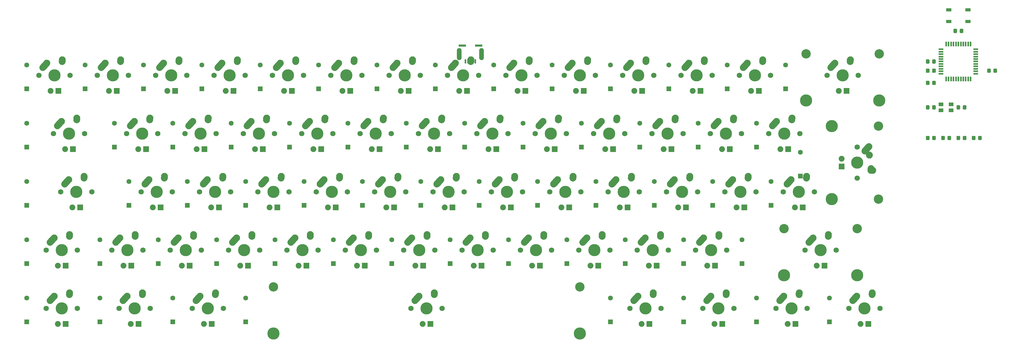
<source format=gbr>
G04 #@! TF.GenerationSoftware,KiCad,Pcbnew,5.1.6-c6e7f7d~86~ubuntu18.04.1*
G04 #@! TF.CreationDate,2020-05-28T23:24:45+02:00*
G04 #@! TF.ProjectId,keyboard-layout,6b657962-6f61-4726-942d-6c61796f7574,rev?*
G04 #@! TF.SameCoordinates,Original*
G04 #@! TF.FileFunction,Soldermask,Bot*
G04 #@! TF.FilePolarity,Negative*
%FSLAX46Y46*%
G04 Gerber Fmt 4.6, Leading zero omitted, Abs format (unit mm)*
G04 Created by KiCad (PCBNEW 5.1.6-c6e7f7d~86~ubuntu18.04.1) date 2020-05-28 23:24:45*
%MOMM*%
%LPD*%
G01*
G04 APERTURE LIST*
%ADD10C,2.250000*%
%ADD11C,3.987800*%
%ADD12C,1.750000*%
%ADD13C,1.905000*%
%ADD14R,1.905000X1.905000*%
%ADD15R,1.600000X1.600000*%
%ADD16C,1.600000*%
%ADD17C,3.048000*%
%ADD18R,1.600000X1.300000*%
%ADD19R,1.700000X1.000000*%
%ADD20R,2.350000X0.800000*%
%ADD21R,0.500000X1.400000*%
%ADD22O,1.500000X4.000000*%
%ADD23R,1.500000X0.550000*%
%ADD24R,0.550000X1.500000*%
G04 APERTURE END LIST*
D10*
X27025000Y-25525000D03*
G36*
G01*
X24963683Y-27822345D02*
X24963683Y-27822345D01*
G75*
G02*
X24877655Y-26233683I751317J837345D01*
G01*
X26187657Y-24773683D01*
G75*
G02*
X27776319Y-24687655I837345J-751317D01*
G01*
X27776319Y-24687655D01*
G75*
G02*
X27862347Y-26276317I-751317J-837345D01*
G01*
X26552345Y-27736317D01*
G75*
G02*
X24963683Y-27822345I-837345J751317D01*
G01*
G37*
G36*
G01*
X31947597Y-26147334D02*
X31947597Y-26147334D01*
G75*
G02*
X30902666Y-24947597I77403J1122334D01*
G01*
X30942666Y-24367597D01*
G75*
G02*
X32142403Y-23322666I1122334J-77403D01*
G01*
X32142403Y-23322666D01*
G75*
G02*
X33187334Y-24522403I-77403J-1122334D01*
G01*
X33147334Y-25102403D01*
G75*
G02*
X31947597Y-26147334I-1122334J77403D01*
G01*
G37*
X32065000Y-24445000D03*
D11*
X29525000Y-29525000D03*
D12*
X24445000Y-29525000D03*
X34605000Y-29525000D03*
D13*
X28255000Y-34605000D03*
D14*
X30795000Y-34605000D03*
D11*
X29525000Y-29525000D03*
D12*
X24445000Y-29525000D03*
X34605000Y-29525000D03*
D15*
X20500000Y-33925000D03*
D16*
X20500000Y-26125000D03*
D10*
X46075000Y-25525000D03*
G36*
G01*
X44013683Y-27822345D02*
X44013683Y-27822345D01*
G75*
G02*
X43927655Y-26233683I751317J837345D01*
G01*
X45237657Y-24773683D01*
G75*
G02*
X46826319Y-24687655I837345J-751317D01*
G01*
X46826319Y-24687655D01*
G75*
G02*
X46912347Y-26276317I-751317J-837345D01*
G01*
X45602345Y-27736317D01*
G75*
G02*
X44013683Y-27822345I-837345J751317D01*
G01*
G37*
G36*
G01*
X50997597Y-26147334D02*
X50997597Y-26147334D01*
G75*
G02*
X49952666Y-24947597I77403J1122334D01*
G01*
X49992666Y-24367597D01*
G75*
G02*
X51192403Y-23322666I1122334J-77403D01*
G01*
X51192403Y-23322666D01*
G75*
G02*
X52237334Y-24522403I-77403J-1122334D01*
G01*
X52197334Y-25102403D01*
G75*
G02*
X50997597Y-26147334I-1122334J77403D01*
G01*
G37*
X51115000Y-24445000D03*
D11*
X48575000Y-29525000D03*
D12*
X43495000Y-29525000D03*
X53655000Y-29525000D03*
D13*
X47305000Y-34605000D03*
D14*
X49845000Y-34605000D03*
D11*
X48575000Y-29525000D03*
D12*
X43495000Y-29525000D03*
X53655000Y-29525000D03*
D15*
X39550000Y-33925000D03*
D16*
X39550000Y-26125000D03*
D10*
X65125000Y-25525000D03*
G36*
G01*
X63063683Y-27822345D02*
X63063683Y-27822345D01*
G75*
G02*
X62977655Y-26233683I751317J837345D01*
G01*
X64287657Y-24773683D01*
G75*
G02*
X65876319Y-24687655I837345J-751317D01*
G01*
X65876319Y-24687655D01*
G75*
G02*
X65962347Y-26276317I-751317J-837345D01*
G01*
X64652345Y-27736317D01*
G75*
G02*
X63063683Y-27822345I-837345J751317D01*
G01*
G37*
G36*
G01*
X70047597Y-26147334D02*
X70047597Y-26147334D01*
G75*
G02*
X69002666Y-24947597I77403J1122334D01*
G01*
X69042666Y-24367597D01*
G75*
G02*
X70242403Y-23322666I1122334J-77403D01*
G01*
X70242403Y-23322666D01*
G75*
G02*
X71287334Y-24522403I-77403J-1122334D01*
G01*
X71247334Y-25102403D01*
G75*
G02*
X70047597Y-26147334I-1122334J77403D01*
G01*
G37*
X70165000Y-24445000D03*
D11*
X67625000Y-29525000D03*
D12*
X62545000Y-29525000D03*
X72705000Y-29525000D03*
D13*
X66355000Y-34605000D03*
D14*
X68895000Y-34605000D03*
D11*
X67625000Y-29525000D03*
D12*
X62545000Y-29525000D03*
X72705000Y-29525000D03*
D15*
X58600000Y-33925000D03*
D16*
X58600000Y-26125000D03*
D10*
X84175000Y-25525000D03*
G36*
G01*
X82113683Y-27822345D02*
X82113683Y-27822345D01*
G75*
G02*
X82027655Y-26233683I751317J837345D01*
G01*
X83337657Y-24773683D01*
G75*
G02*
X84926319Y-24687655I837345J-751317D01*
G01*
X84926319Y-24687655D01*
G75*
G02*
X85012347Y-26276317I-751317J-837345D01*
G01*
X83702345Y-27736317D01*
G75*
G02*
X82113683Y-27822345I-837345J751317D01*
G01*
G37*
G36*
G01*
X89097597Y-26147334D02*
X89097597Y-26147334D01*
G75*
G02*
X88052666Y-24947597I77403J1122334D01*
G01*
X88092666Y-24367597D01*
G75*
G02*
X89292403Y-23322666I1122334J-77403D01*
G01*
X89292403Y-23322666D01*
G75*
G02*
X90337334Y-24522403I-77403J-1122334D01*
G01*
X90297334Y-25102403D01*
G75*
G02*
X89097597Y-26147334I-1122334J77403D01*
G01*
G37*
X89215000Y-24445000D03*
D11*
X86675000Y-29525000D03*
D12*
X81595000Y-29525000D03*
X91755000Y-29525000D03*
D13*
X85405000Y-34605000D03*
D14*
X87945000Y-34605000D03*
D11*
X86675000Y-29525000D03*
D12*
X81595000Y-29525000D03*
X91755000Y-29525000D03*
D15*
X77650000Y-33925000D03*
D16*
X77650000Y-26125000D03*
D10*
X103225000Y-25525000D03*
G36*
G01*
X101163683Y-27822345D02*
X101163683Y-27822345D01*
G75*
G02*
X101077655Y-26233683I751317J837345D01*
G01*
X102387657Y-24773683D01*
G75*
G02*
X103976319Y-24687655I837345J-751317D01*
G01*
X103976319Y-24687655D01*
G75*
G02*
X104062347Y-26276317I-751317J-837345D01*
G01*
X102752345Y-27736317D01*
G75*
G02*
X101163683Y-27822345I-837345J751317D01*
G01*
G37*
G36*
G01*
X108147597Y-26147334D02*
X108147597Y-26147334D01*
G75*
G02*
X107102666Y-24947597I77403J1122334D01*
G01*
X107142666Y-24367597D01*
G75*
G02*
X108342403Y-23322666I1122334J-77403D01*
G01*
X108342403Y-23322666D01*
G75*
G02*
X109387334Y-24522403I-77403J-1122334D01*
G01*
X109347334Y-25102403D01*
G75*
G02*
X108147597Y-26147334I-1122334J77403D01*
G01*
G37*
X108265000Y-24445000D03*
D11*
X105725000Y-29525000D03*
D12*
X100645000Y-29525000D03*
X110805000Y-29525000D03*
D13*
X104455000Y-34605000D03*
D14*
X106995000Y-34605000D03*
D11*
X105725000Y-29525000D03*
D12*
X100645000Y-29525000D03*
X110805000Y-29525000D03*
D15*
X96700000Y-33925000D03*
D16*
X96700000Y-26125000D03*
D10*
X122275000Y-25525000D03*
G36*
G01*
X120213683Y-27822345D02*
X120213683Y-27822345D01*
G75*
G02*
X120127655Y-26233683I751317J837345D01*
G01*
X121437657Y-24773683D01*
G75*
G02*
X123026319Y-24687655I837345J-751317D01*
G01*
X123026319Y-24687655D01*
G75*
G02*
X123112347Y-26276317I-751317J-837345D01*
G01*
X121802345Y-27736317D01*
G75*
G02*
X120213683Y-27822345I-837345J751317D01*
G01*
G37*
G36*
G01*
X127197597Y-26147334D02*
X127197597Y-26147334D01*
G75*
G02*
X126152666Y-24947597I77403J1122334D01*
G01*
X126192666Y-24367597D01*
G75*
G02*
X127392403Y-23322666I1122334J-77403D01*
G01*
X127392403Y-23322666D01*
G75*
G02*
X128437334Y-24522403I-77403J-1122334D01*
G01*
X128397334Y-25102403D01*
G75*
G02*
X127197597Y-26147334I-1122334J77403D01*
G01*
G37*
X127315000Y-24445000D03*
D11*
X124775000Y-29525000D03*
D12*
X119695000Y-29525000D03*
X129855000Y-29525000D03*
D13*
X123505000Y-34605000D03*
D14*
X126045000Y-34605000D03*
D11*
X124775000Y-29525000D03*
D12*
X119695000Y-29525000D03*
X129855000Y-29525000D03*
D15*
X115750000Y-33925000D03*
D16*
X115750000Y-26125000D03*
D10*
X141325000Y-25525000D03*
G36*
G01*
X139263683Y-27822345D02*
X139263683Y-27822345D01*
G75*
G02*
X139177655Y-26233683I751317J837345D01*
G01*
X140487657Y-24773683D01*
G75*
G02*
X142076319Y-24687655I837345J-751317D01*
G01*
X142076319Y-24687655D01*
G75*
G02*
X142162347Y-26276317I-751317J-837345D01*
G01*
X140852345Y-27736317D01*
G75*
G02*
X139263683Y-27822345I-837345J751317D01*
G01*
G37*
G36*
G01*
X146247597Y-26147334D02*
X146247597Y-26147334D01*
G75*
G02*
X145202666Y-24947597I77403J1122334D01*
G01*
X145242666Y-24367597D01*
G75*
G02*
X146442403Y-23322666I1122334J-77403D01*
G01*
X146442403Y-23322666D01*
G75*
G02*
X147487334Y-24522403I-77403J-1122334D01*
G01*
X147447334Y-25102403D01*
G75*
G02*
X146247597Y-26147334I-1122334J77403D01*
G01*
G37*
X146365000Y-24445000D03*
D11*
X143825000Y-29525000D03*
D12*
X138745000Y-29525000D03*
X148905000Y-29525000D03*
D13*
X142555000Y-34605000D03*
D14*
X145095000Y-34605000D03*
D11*
X143825000Y-29525000D03*
D12*
X138745000Y-29525000D03*
X148905000Y-29525000D03*
D15*
X134800000Y-33925000D03*
D16*
X134800000Y-26125000D03*
D10*
X160375000Y-25525000D03*
G36*
G01*
X158313683Y-27822345D02*
X158313683Y-27822345D01*
G75*
G02*
X158227655Y-26233683I751317J837345D01*
G01*
X159537657Y-24773683D01*
G75*
G02*
X161126319Y-24687655I837345J-751317D01*
G01*
X161126319Y-24687655D01*
G75*
G02*
X161212347Y-26276317I-751317J-837345D01*
G01*
X159902345Y-27736317D01*
G75*
G02*
X158313683Y-27822345I-837345J751317D01*
G01*
G37*
G36*
G01*
X165297597Y-26147334D02*
X165297597Y-26147334D01*
G75*
G02*
X164252666Y-24947597I77403J1122334D01*
G01*
X164292666Y-24367597D01*
G75*
G02*
X165492403Y-23322666I1122334J-77403D01*
G01*
X165492403Y-23322666D01*
G75*
G02*
X166537334Y-24522403I-77403J-1122334D01*
G01*
X166497334Y-25102403D01*
G75*
G02*
X165297597Y-26147334I-1122334J77403D01*
G01*
G37*
X165415000Y-24445000D03*
D11*
X162875000Y-29525000D03*
D12*
X157795000Y-29525000D03*
X167955000Y-29525000D03*
D13*
X161605000Y-34605000D03*
D14*
X164145000Y-34605000D03*
D11*
X162875000Y-29525000D03*
D12*
X157795000Y-29525000D03*
X167955000Y-29525000D03*
D15*
X153850000Y-33925000D03*
D16*
X153850000Y-26125000D03*
D10*
X179425000Y-25525000D03*
G36*
G01*
X177363683Y-27822345D02*
X177363683Y-27822345D01*
G75*
G02*
X177277655Y-26233683I751317J837345D01*
G01*
X178587657Y-24773683D01*
G75*
G02*
X180176319Y-24687655I837345J-751317D01*
G01*
X180176319Y-24687655D01*
G75*
G02*
X180262347Y-26276317I-751317J-837345D01*
G01*
X178952345Y-27736317D01*
G75*
G02*
X177363683Y-27822345I-837345J751317D01*
G01*
G37*
G36*
G01*
X184347597Y-26147334D02*
X184347597Y-26147334D01*
G75*
G02*
X183302666Y-24947597I77403J1122334D01*
G01*
X183342666Y-24367597D01*
G75*
G02*
X184542403Y-23322666I1122334J-77403D01*
G01*
X184542403Y-23322666D01*
G75*
G02*
X185587334Y-24522403I-77403J-1122334D01*
G01*
X185547334Y-25102403D01*
G75*
G02*
X184347597Y-26147334I-1122334J77403D01*
G01*
G37*
X184465000Y-24445000D03*
D11*
X181925000Y-29525000D03*
D12*
X176845000Y-29525000D03*
X187005000Y-29525000D03*
D13*
X180655000Y-34605000D03*
D14*
X183195000Y-34605000D03*
D11*
X181925000Y-29525000D03*
D12*
X176845000Y-29525000D03*
X187005000Y-29525000D03*
D15*
X172900000Y-33925000D03*
D16*
X172900000Y-26125000D03*
D10*
X198475000Y-25525000D03*
G36*
G01*
X196413683Y-27822345D02*
X196413683Y-27822345D01*
G75*
G02*
X196327655Y-26233683I751317J837345D01*
G01*
X197637657Y-24773683D01*
G75*
G02*
X199226319Y-24687655I837345J-751317D01*
G01*
X199226319Y-24687655D01*
G75*
G02*
X199312347Y-26276317I-751317J-837345D01*
G01*
X198002345Y-27736317D01*
G75*
G02*
X196413683Y-27822345I-837345J751317D01*
G01*
G37*
G36*
G01*
X203397597Y-26147334D02*
X203397597Y-26147334D01*
G75*
G02*
X202352666Y-24947597I77403J1122334D01*
G01*
X202392666Y-24367597D01*
G75*
G02*
X203592403Y-23322666I1122334J-77403D01*
G01*
X203592403Y-23322666D01*
G75*
G02*
X204637334Y-24522403I-77403J-1122334D01*
G01*
X204597334Y-25102403D01*
G75*
G02*
X203397597Y-26147334I-1122334J77403D01*
G01*
G37*
X203515000Y-24445000D03*
D11*
X200975000Y-29525000D03*
D12*
X195895000Y-29525000D03*
X206055000Y-29525000D03*
D13*
X199705000Y-34605000D03*
D14*
X202245000Y-34605000D03*
D11*
X200975000Y-29525000D03*
D12*
X195895000Y-29525000D03*
X206055000Y-29525000D03*
D15*
X191950000Y-33925000D03*
D16*
X191950000Y-26125000D03*
D10*
X217525000Y-25525000D03*
G36*
G01*
X215463683Y-27822345D02*
X215463683Y-27822345D01*
G75*
G02*
X215377655Y-26233683I751317J837345D01*
G01*
X216687657Y-24773683D01*
G75*
G02*
X218276319Y-24687655I837345J-751317D01*
G01*
X218276319Y-24687655D01*
G75*
G02*
X218362347Y-26276317I-751317J-837345D01*
G01*
X217052345Y-27736317D01*
G75*
G02*
X215463683Y-27822345I-837345J751317D01*
G01*
G37*
G36*
G01*
X222447597Y-26147334D02*
X222447597Y-26147334D01*
G75*
G02*
X221402666Y-24947597I77403J1122334D01*
G01*
X221442666Y-24367597D01*
G75*
G02*
X222642403Y-23322666I1122334J-77403D01*
G01*
X222642403Y-23322666D01*
G75*
G02*
X223687334Y-24522403I-77403J-1122334D01*
G01*
X223647334Y-25102403D01*
G75*
G02*
X222447597Y-26147334I-1122334J77403D01*
G01*
G37*
X222565000Y-24445000D03*
D11*
X220025000Y-29525000D03*
D12*
X214945000Y-29525000D03*
X225105000Y-29525000D03*
D13*
X218755000Y-34605000D03*
D14*
X221295000Y-34605000D03*
D11*
X220025000Y-29525000D03*
D12*
X214945000Y-29525000D03*
X225105000Y-29525000D03*
D15*
X211000000Y-33925000D03*
D16*
X211000000Y-26125000D03*
D10*
X236575000Y-25525000D03*
G36*
G01*
X234513683Y-27822345D02*
X234513683Y-27822345D01*
G75*
G02*
X234427655Y-26233683I751317J837345D01*
G01*
X235737657Y-24773683D01*
G75*
G02*
X237326319Y-24687655I837345J-751317D01*
G01*
X237326319Y-24687655D01*
G75*
G02*
X237412347Y-26276317I-751317J-837345D01*
G01*
X236102345Y-27736317D01*
G75*
G02*
X234513683Y-27822345I-837345J751317D01*
G01*
G37*
G36*
G01*
X241497597Y-26147334D02*
X241497597Y-26147334D01*
G75*
G02*
X240452666Y-24947597I77403J1122334D01*
G01*
X240492666Y-24367597D01*
G75*
G02*
X241692403Y-23322666I1122334J-77403D01*
G01*
X241692403Y-23322666D01*
G75*
G02*
X242737334Y-24522403I-77403J-1122334D01*
G01*
X242697334Y-25102403D01*
G75*
G02*
X241497597Y-26147334I-1122334J77403D01*
G01*
G37*
X241615000Y-24445000D03*
D11*
X239075000Y-29525000D03*
D12*
X233995000Y-29525000D03*
X244155000Y-29525000D03*
D13*
X237805000Y-34605000D03*
D14*
X240345000Y-34605000D03*
D11*
X239075000Y-29525000D03*
D12*
X233995000Y-29525000D03*
X244155000Y-29525000D03*
D15*
X230050000Y-33925000D03*
D16*
X230050000Y-26125000D03*
D10*
X255625000Y-25525000D03*
G36*
G01*
X253563683Y-27822345D02*
X253563683Y-27822345D01*
G75*
G02*
X253477655Y-26233683I751317J837345D01*
G01*
X254787657Y-24773683D01*
G75*
G02*
X256376319Y-24687655I837345J-751317D01*
G01*
X256376319Y-24687655D01*
G75*
G02*
X256462347Y-26276317I-751317J-837345D01*
G01*
X255152345Y-27736317D01*
G75*
G02*
X253563683Y-27822345I-837345J751317D01*
G01*
G37*
G36*
G01*
X260547597Y-26147334D02*
X260547597Y-26147334D01*
G75*
G02*
X259502666Y-24947597I77403J1122334D01*
G01*
X259542666Y-24367597D01*
G75*
G02*
X260742403Y-23322666I1122334J-77403D01*
G01*
X260742403Y-23322666D01*
G75*
G02*
X261787334Y-24522403I-77403J-1122334D01*
G01*
X261747334Y-25102403D01*
G75*
G02*
X260547597Y-26147334I-1122334J77403D01*
G01*
G37*
X260665000Y-24445000D03*
D11*
X258125000Y-29525000D03*
D12*
X253045000Y-29525000D03*
X263205000Y-29525000D03*
D13*
X256855000Y-34605000D03*
D14*
X259395000Y-34605000D03*
D11*
X258125000Y-29525000D03*
D12*
X253045000Y-29525000D03*
X263205000Y-29525000D03*
D15*
X249100000Y-33925000D03*
D16*
X249100000Y-26125000D03*
D10*
X284200000Y-25525000D03*
G36*
G01*
X282138683Y-27822345D02*
X282138683Y-27822345D01*
G75*
G02*
X282052655Y-26233683I751317J837345D01*
G01*
X283362657Y-24773683D01*
G75*
G02*
X284951319Y-24687655I837345J-751317D01*
G01*
X284951319Y-24687655D01*
G75*
G02*
X285037347Y-26276317I-751317J-837345D01*
G01*
X283727345Y-27736317D01*
G75*
G02*
X282138683Y-27822345I-837345J751317D01*
G01*
G37*
G36*
G01*
X289122597Y-26147334D02*
X289122597Y-26147334D01*
G75*
G02*
X288077666Y-24947597I77403J1122334D01*
G01*
X288117666Y-24367597D01*
G75*
G02*
X289317403Y-23322666I1122334J-77403D01*
G01*
X289317403Y-23322666D01*
G75*
G02*
X290362334Y-24522403I-77403J-1122334D01*
G01*
X290322334Y-25102403D01*
G75*
G02*
X289122597Y-26147334I-1122334J77403D01*
G01*
G37*
X289240000Y-24445000D03*
D11*
X286700000Y-29525000D03*
D12*
X281620000Y-29525000D03*
X291780000Y-29525000D03*
D13*
X285430000Y-34605000D03*
D14*
X287970000Y-34605000D03*
D11*
X286700000Y-29525000D03*
D12*
X281620000Y-29525000D03*
X291780000Y-29525000D03*
D17*
X274762000Y-22540000D03*
X298638000Y-22540000D03*
D11*
X274762000Y-37780000D03*
X298638000Y-37780000D03*
D15*
X268150000Y-33925000D03*
D16*
X268150000Y-26125000D03*
D10*
X31787500Y-44575000D03*
G36*
G01*
X29726183Y-46872345D02*
X29726183Y-46872345D01*
G75*
G02*
X29640155Y-45283683I751317J837345D01*
G01*
X30950157Y-43823683D01*
G75*
G02*
X32538819Y-43737655I837345J-751317D01*
G01*
X32538819Y-43737655D01*
G75*
G02*
X32624847Y-45326317I-751317J-837345D01*
G01*
X31314845Y-46786317D01*
G75*
G02*
X29726183Y-46872345I-837345J751317D01*
G01*
G37*
G36*
G01*
X36710097Y-45197334D02*
X36710097Y-45197334D01*
G75*
G02*
X35665166Y-43997597I77403J1122334D01*
G01*
X35705166Y-43417597D01*
G75*
G02*
X36904903Y-42372666I1122334J-77403D01*
G01*
X36904903Y-42372666D01*
G75*
G02*
X37949834Y-43572403I-77403J-1122334D01*
G01*
X37909834Y-44152403D01*
G75*
G02*
X36710097Y-45197334I-1122334J77403D01*
G01*
G37*
X36827500Y-43495000D03*
D11*
X34287500Y-48575000D03*
D12*
X29207500Y-48575000D03*
X39367500Y-48575000D03*
D13*
X33017500Y-53655000D03*
D14*
X35557500Y-53655000D03*
D11*
X34287500Y-48575000D03*
D12*
X29207500Y-48575000D03*
X39367500Y-48575000D03*
D15*
X20500000Y-52975000D03*
D16*
X20500000Y-45175000D03*
D10*
X55600000Y-44575000D03*
G36*
G01*
X53538683Y-46872345D02*
X53538683Y-46872345D01*
G75*
G02*
X53452655Y-45283683I751317J837345D01*
G01*
X54762657Y-43823683D01*
G75*
G02*
X56351319Y-43737655I837345J-751317D01*
G01*
X56351319Y-43737655D01*
G75*
G02*
X56437347Y-45326317I-751317J-837345D01*
G01*
X55127345Y-46786317D01*
G75*
G02*
X53538683Y-46872345I-837345J751317D01*
G01*
G37*
G36*
G01*
X60522597Y-45197334D02*
X60522597Y-45197334D01*
G75*
G02*
X59477666Y-43997597I77403J1122334D01*
G01*
X59517666Y-43417597D01*
G75*
G02*
X60717403Y-42372666I1122334J-77403D01*
G01*
X60717403Y-42372666D01*
G75*
G02*
X61762334Y-43572403I-77403J-1122334D01*
G01*
X61722334Y-44152403D01*
G75*
G02*
X60522597Y-45197334I-1122334J77403D01*
G01*
G37*
X60640000Y-43495000D03*
D11*
X58100000Y-48575000D03*
D12*
X53020000Y-48575000D03*
X63180000Y-48575000D03*
D13*
X56830000Y-53655000D03*
D14*
X59370000Y-53655000D03*
D11*
X58100000Y-48575000D03*
D12*
X53020000Y-48575000D03*
X63180000Y-48575000D03*
D15*
X49075000Y-52975000D03*
D16*
X49075000Y-45175000D03*
D10*
X74650000Y-44575000D03*
G36*
G01*
X72588683Y-46872345D02*
X72588683Y-46872345D01*
G75*
G02*
X72502655Y-45283683I751317J837345D01*
G01*
X73812657Y-43823683D01*
G75*
G02*
X75401319Y-43737655I837345J-751317D01*
G01*
X75401319Y-43737655D01*
G75*
G02*
X75487347Y-45326317I-751317J-837345D01*
G01*
X74177345Y-46786317D01*
G75*
G02*
X72588683Y-46872345I-837345J751317D01*
G01*
G37*
G36*
G01*
X79572597Y-45197334D02*
X79572597Y-45197334D01*
G75*
G02*
X78527666Y-43997597I77403J1122334D01*
G01*
X78567666Y-43417597D01*
G75*
G02*
X79767403Y-42372666I1122334J-77403D01*
G01*
X79767403Y-42372666D01*
G75*
G02*
X80812334Y-43572403I-77403J-1122334D01*
G01*
X80772334Y-44152403D01*
G75*
G02*
X79572597Y-45197334I-1122334J77403D01*
G01*
G37*
X79690000Y-43495000D03*
D11*
X77150000Y-48575000D03*
D12*
X72070000Y-48575000D03*
X82230000Y-48575000D03*
D13*
X75880000Y-53655000D03*
D14*
X78420000Y-53655000D03*
D11*
X77150000Y-48575000D03*
D12*
X72070000Y-48575000D03*
X82230000Y-48575000D03*
D15*
X68125000Y-52975000D03*
D16*
X68125000Y-45175000D03*
D10*
X93700000Y-44575000D03*
G36*
G01*
X91638683Y-46872345D02*
X91638683Y-46872345D01*
G75*
G02*
X91552655Y-45283683I751317J837345D01*
G01*
X92862657Y-43823683D01*
G75*
G02*
X94451319Y-43737655I837345J-751317D01*
G01*
X94451319Y-43737655D01*
G75*
G02*
X94537347Y-45326317I-751317J-837345D01*
G01*
X93227345Y-46786317D01*
G75*
G02*
X91638683Y-46872345I-837345J751317D01*
G01*
G37*
G36*
G01*
X98622597Y-45197334D02*
X98622597Y-45197334D01*
G75*
G02*
X97577666Y-43997597I77403J1122334D01*
G01*
X97617666Y-43417597D01*
G75*
G02*
X98817403Y-42372666I1122334J-77403D01*
G01*
X98817403Y-42372666D01*
G75*
G02*
X99862334Y-43572403I-77403J-1122334D01*
G01*
X99822334Y-44152403D01*
G75*
G02*
X98622597Y-45197334I-1122334J77403D01*
G01*
G37*
X98740000Y-43495000D03*
D11*
X96200000Y-48575000D03*
D12*
X91120000Y-48575000D03*
X101280000Y-48575000D03*
D13*
X94930000Y-53655000D03*
D14*
X97470000Y-53655000D03*
D11*
X96200000Y-48575000D03*
D12*
X91120000Y-48575000D03*
X101280000Y-48575000D03*
D15*
X87175000Y-52975000D03*
D16*
X87175000Y-45175000D03*
D10*
X112750000Y-44575000D03*
G36*
G01*
X110688683Y-46872345D02*
X110688683Y-46872345D01*
G75*
G02*
X110602655Y-45283683I751317J837345D01*
G01*
X111912657Y-43823683D01*
G75*
G02*
X113501319Y-43737655I837345J-751317D01*
G01*
X113501319Y-43737655D01*
G75*
G02*
X113587347Y-45326317I-751317J-837345D01*
G01*
X112277345Y-46786317D01*
G75*
G02*
X110688683Y-46872345I-837345J751317D01*
G01*
G37*
G36*
G01*
X117672597Y-45197334D02*
X117672597Y-45197334D01*
G75*
G02*
X116627666Y-43997597I77403J1122334D01*
G01*
X116667666Y-43417597D01*
G75*
G02*
X117867403Y-42372666I1122334J-77403D01*
G01*
X117867403Y-42372666D01*
G75*
G02*
X118912334Y-43572403I-77403J-1122334D01*
G01*
X118872334Y-44152403D01*
G75*
G02*
X117672597Y-45197334I-1122334J77403D01*
G01*
G37*
X117790000Y-43495000D03*
D11*
X115250000Y-48575000D03*
D12*
X110170000Y-48575000D03*
X120330000Y-48575000D03*
D13*
X113980000Y-53655000D03*
D14*
X116520000Y-53655000D03*
D11*
X115250000Y-48575000D03*
D12*
X110170000Y-48575000D03*
X120330000Y-48575000D03*
D15*
X106225000Y-52975000D03*
D16*
X106225000Y-45175000D03*
D10*
X131800000Y-44575000D03*
G36*
G01*
X129738683Y-46872345D02*
X129738683Y-46872345D01*
G75*
G02*
X129652655Y-45283683I751317J837345D01*
G01*
X130962657Y-43823683D01*
G75*
G02*
X132551319Y-43737655I837345J-751317D01*
G01*
X132551319Y-43737655D01*
G75*
G02*
X132637347Y-45326317I-751317J-837345D01*
G01*
X131327345Y-46786317D01*
G75*
G02*
X129738683Y-46872345I-837345J751317D01*
G01*
G37*
G36*
G01*
X136722597Y-45197334D02*
X136722597Y-45197334D01*
G75*
G02*
X135677666Y-43997597I77403J1122334D01*
G01*
X135717666Y-43417597D01*
G75*
G02*
X136917403Y-42372666I1122334J-77403D01*
G01*
X136917403Y-42372666D01*
G75*
G02*
X137962334Y-43572403I-77403J-1122334D01*
G01*
X137922334Y-44152403D01*
G75*
G02*
X136722597Y-45197334I-1122334J77403D01*
G01*
G37*
X136840000Y-43495000D03*
D11*
X134300000Y-48575000D03*
D12*
X129220000Y-48575000D03*
X139380000Y-48575000D03*
D13*
X133030000Y-53655000D03*
D14*
X135570000Y-53655000D03*
D11*
X134300000Y-48575000D03*
D12*
X129220000Y-48575000D03*
X139380000Y-48575000D03*
D15*
X125275000Y-52975000D03*
D16*
X125275000Y-45175000D03*
D10*
X150850000Y-44575000D03*
G36*
G01*
X148788683Y-46872345D02*
X148788683Y-46872345D01*
G75*
G02*
X148702655Y-45283683I751317J837345D01*
G01*
X150012657Y-43823683D01*
G75*
G02*
X151601319Y-43737655I837345J-751317D01*
G01*
X151601319Y-43737655D01*
G75*
G02*
X151687347Y-45326317I-751317J-837345D01*
G01*
X150377345Y-46786317D01*
G75*
G02*
X148788683Y-46872345I-837345J751317D01*
G01*
G37*
G36*
G01*
X155772597Y-45197334D02*
X155772597Y-45197334D01*
G75*
G02*
X154727666Y-43997597I77403J1122334D01*
G01*
X154767666Y-43417597D01*
G75*
G02*
X155967403Y-42372666I1122334J-77403D01*
G01*
X155967403Y-42372666D01*
G75*
G02*
X157012334Y-43572403I-77403J-1122334D01*
G01*
X156972334Y-44152403D01*
G75*
G02*
X155772597Y-45197334I-1122334J77403D01*
G01*
G37*
X155890000Y-43495000D03*
D11*
X153350000Y-48575000D03*
D12*
X148270000Y-48575000D03*
X158430000Y-48575000D03*
D13*
X152080000Y-53655000D03*
D14*
X154620000Y-53655000D03*
D11*
X153350000Y-48575000D03*
D12*
X148270000Y-48575000D03*
X158430000Y-48575000D03*
D15*
X144325000Y-52975000D03*
D16*
X144325000Y-45175000D03*
D10*
X169900000Y-44575000D03*
G36*
G01*
X167838683Y-46872345D02*
X167838683Y-46872345D01*
G75*
G02*
X167752655Y-45283683I751317J837345D01*
G01*
X169062657Y-43823683D01*
G75*
G02*
X170651319Y-43737655I837345J-751317D01*
G01*
X170651319Y-43737655D01*
G75*
G02*
X170737347Y-45326317I-751317J-837345D01*
G01*
X169427345Y-46786317D01*
G75*
G02*
X167838683Y-46872345I-837345J751317D01*
G01*
G37*
G36*
G01*
X174822597Y-45197334D02*
X174822597Y-45197334D01*
G75*
G02*
X173777666Y-43997597I77403J1122334D01*
G01*
X173817666Y-43417597D01*
G75*
G02*
X175017403Y-42372666I1122334J-77403D01*
G01*
X175017403Y-42372666D01*
G75*
G02*
X176062334Y-43572403I-77403J-1122334D01*
G01*
X176022334Y-44152403D01*
G75*
G02*
X174822597Y-45197334I-1122334J77403D01*
G01*
G37*
X174940000Y-43495000D03*
D11*
X172400000Y-48575000D03*
D12*
X167320000Y-48575000D03*
X177480000Y-48575000D03*
D13*
X171130000Y-53655000D03*
D14*
X173670000Y-53655000D03*
D11*
X172400000Y-48575000D03*
D12*
X167320000Y-48575000D03*
X177480000Y-48575000D03*
D15*
X163375000Y-52975000D03*
D16*
X163375000Y-45175000D03*
D10*
X188950000Y-44575000D03*
G36*
G01*
X186888683Y-46872345D02*
X186888683Y-46872345D01*
G75*
G02*
X186802655Y-45283683I751317J837345D01*
G01*
X188112657Y-43823683D01*
G75*
G02*
X189701319Y-43737655I837345J-751317D01*
G01*
X189701319Y-43737655D01*
G75*
G02*
X189787347Y-45326317I-751317J-837345D01*
G01*
X188477345Y-46786317D01*
G75*
G02*
X186888683Y-46872345I-837345J751317D01*
G01*
G37*
G36*
G01*
X193872597Y-45197334D02*
X193872597Y-45197334D01*
G75*
G02*
X192827666Y-43997597I77403J1122334D01*
G01*
X192867666Y-43417597D01*
G75*
G02*
X194067403Y-42372666I1122334J-77403D01*
G01*
X194067403Y-42372666D01*
G75*
G02*
X195112334Y-43572403I-77403J-1122334D01*
G01*
X195072334Y-44152403D01*
G75*
G02*
X193872597Y-45197334I-1122334J77403D01*
G01*
G37*
X193990000Y-43495000D03*
D11*
X191450000Y-48575000D03*
D12*
X186370000Y-48575000D03*
X196530000Y-48575000D03*
D13*
X190180000Y-53655000D03*
D14*
X192720000Y-53655000D03*
D11*
X191450000Y-48575000D03*
D12*
X186370000Y-48575000D03*
X196530000Y-48575000D03*
D15*
X182425000Y-52975000D03*
D16*
X182425000Y-45175000D03*
D10*
X208000000Y-44575000D03*
G36*
G01*
X205938683Y-46872345D02*
X205938683Y-46872345D01*
G75*
G02*
X205852655Y-45283683I751317J837345D01*
G01*
X207162657Y-43823683D01*
G75*
G02*
X208751319Y-43737655I837345J-751317D01*
G01*
X208751319Y-43737655D01*
G75*
G02*
X208837347Y-45326317I-751317J-837345D01*
G01*
X207527345Y-46786317D01*
G75*
G02*
X205938683Y-46872345I-837345J751317D01*
G01*
G37*
G36*
G01*
X212922597Y-45197334D02*
X212922597Y-45197334D01*
G75*
G02*
X211877666Y-43997597I77403J1122334D01*
G01*
X211917666Y-43417597D01*
G75*
G02*
X213117403Y-42372666I1122334J-77403D01*
G01*
X213117403Y-42372666D01*
G75*
G02*
X214162334Y-43572403I-77403J-1122334D01*
G01*
X214122334Y-44152403D01*
G75*
G02*
X212922597Y-45197334I-1122334J77403D01*
G01*
G37*
X213040000Y-43495000D03*
D11*
X210500000Y-48575000D03*
D12*
X205420000Y-48575000D03*
X215580000Y-48575000D03*
D13*
X209230000Y-53655000D03*
D14*
X211770000Y-53655000D03*
D11*
X210500000Y-48575000D03*
D12*
X205420000Y-48575000D03*
X215580000Y-48575000D03*
D15*
X201475000Y-52975000D03*
D16*
X201475000Y-45175000D03*
D10*
X227050000Y-44575000D03*
G36*
G01*
X224988683Y-46872345D02*
X224988683Y-46872345D01*
G75*
G02*
X224902655Y-45283683I751317J837345D01*
G01*
X226212657Y-43823683D01*
G75*
G02*
X227801319Y-43737655I837345J-751317D01*
G01*
X227801319Y-43737655D01*
G75*
G02*
X227887347Y-45326317I-751317J-837345D01*
G01*
X226577345Y-46786317D01*
G75*
G02*
X224988683Y-46872345I-837345J751317D01*
G01*
G37*
G36*
G01*
X231972597Y-45197334D02*
X231972597Y-45197334D01*
G75*
G02*
X230927666Y-43997597I77403J1122334D01*
G01*
X230967666Y-43417597D01*
G75*
G02*
X232167403Y-42372666I1122334J-77403D01*
G01*
X232167403Y-42372666D01*
G75*
G02*
X233212334Y-43572403I-77403J-1122334D01*
G01*
X233172334Y-44152403D01*
G75*
G02*
X231972597Y-45197334I-1122334J77403D01*
G01*
G37*
X232090000Y-43495000D03*
D11*
X229550000Y-48575000D03*
D12*
X224470000Y-48575000D03*
X234630000Y-48575000D03*
D13*
X228280000Y-53655000D03*
D14*
X230820000Y-53655000D03*
D11*
X229550000Y-48575000D03*
D12*
X224470000Y-48575000D03*
X234630000Y-48575000D03*
D15*
X220525000Y-52975000D03*
D16*
X220525000Y-45175000D03*
D10*
X246100000Y-44575000D03*
G36*
G01*
X244038683Y-46872345D02*
X244038683Y-46872345D01*
G75*
G02*
X243952655Y-45283683I751317J837345D01*
G01*
X245262657Y-43823683D01*
G75*
G02*
X246851319Y-43737655I837345J-751317D01*
G01*
X246851319Y-43737655D01*
G75*
G02*
X246937347Y-45326317I-751317J-837345D01*
G01*
X245627345Y-46786317D01*
G75*
G02*
X244038683Y-46872345I-837345J751317D01*
G01*
G37*
G36*
G01*
X251022597Y-45197334D02*
X251022597Y-45197334D01*
G75*
G02*
X249977666Y-43997597I77403J1122334D01*
G01*
X250017666Y-43417597D01*
G75*
G02*
X251217403Y-42372666I1122334J-77403D01*
G01*
X251217403Y-42372666D01*
G75*
G02*
X252262334Y-43572403I-77403J-1122334D01*
G01*
X252222334Y-44152403D01*
G75*
G02*
X251022597Y-45197334I-1122334J77403D01*
G01*
G37*
X251140000Y-43495000D03*
D11*
X248600000Y-48575000D03*
D12*
X243520000Y-48575000D03*
X253680000Y-48575000D03*
D13*
X247330000Y-53655000D03*
D14*
X249870000Y-53655000D03*
D11*
X248600000Y-48575000D03*
D12*
X243520000Y-48575000D03*
X253680000Y-48575000D03*
D15*
X239575000Y-52975000D03*
D16*
X239575000Y-45175000D03*
D10*
X265150000Y-44575000D03*
G36*
G01*
X263088683Y-46872345D02*
X263088683Y-46872345D01*
G75*
G02*
X263002655Y-45283683I751317J837345D01*
G01*
X264312657Y-43823683D01*
G75*
G02*
X265901319Y-43737655I837345J-751317D01*
G01*
X265901319Y-43737655D01*
G75*
G02*
X265987347Y-45326317I-751317J-837345D01*
G01*
X264677345Y-46786317D01*
G75*
G02*
X263088683Y-46872345I-837345J751317D01*
G01*
G37*
G36*
G01*
X270072597Y-45197334D02*
X270072597Y-45197334D01*
G75*
G02*
X269027666Y-43997597I77403J1122334D01*
G01*
X269067666Y-43417597D01*
G75*
G02*
X270267403Y-42372666I1122334J-77403D01*
G01*
X270267403Y-42372666D01*
G75*
G02*
X271312334Y-43572403I-77403J-1122334D01*
G01*
X271272334Y-44152403D01*
G75*
G02*
X270072597Y-45197334I-1122334J77403D01*
G01*
G37*
X270190000Y-43495000D03*
D11*
X267650000Y-48575000D03*
D12*
X262570000Y-48575000D03*
X272730000Y-48575000D03*
D13*
X266380000Y-53655000D03*
D14*
X268920000Y-53655000D03*
D11*
X267650000Y-48575000D03*
D12*
X262570000Y-48575000D03*
X272730000Y-48575000D03*
D15*
X258625000Y-52975000D03*
D16*
X258625000Y-45175000D03*
D10*
X295462500Y-55600000D03*
G36*
G01*
X293251183Y-55127345D02*
X293251183Y-55127345D01*
G75*
G02*
X293165155Y-53538683I751317J837345D01*
G01*
X294475157Y-52078683D01*
G75*
G02*
X296063819Y-51992655I837345J-751317D01*
G01*
X296063819Y-51992655D01*
G75*
G02*
X296149847Y-53581317I-751317J-837345D01*
G01*
X294839845Y-55041317D01*
G75*
G02*
X293251183Y-55127345I-837345J751317D01*
G01*
G37*
G36*
G01*
X295885097Y-61722334D02*
X295885097Y-61722334D01*
G75*
G02*
X294840166Y-60522597I77403J1122334D01*
G01*
X294880166Y-59942597D01*
G75*
G02*
X296079903Y-58897666I1122334J-77403D01*
G01*
X296079903Y-58897666D01*
G75*
G02*
X297124834Y-60097403I-77403J-1122334D01*
G01*
X297084834Y-60677403D01*
G75*
G02*
X295885097Y-61722334I-1122334J77403D01*
G01*
G37*
X296542500Y-60640000D03*
D11*
X291462500Y-58100000D03*
D12*
X291462500Y-53020000D03*
X291462500Y-63180000D03*
D13*
X286382500Y-56830000D03*
D14*
X286382500Y-59370000D03*
D11*
X291462500Y-58100000D03*
D12*
X291462500Y-53020000D03*
X291462500Y-63180000D03*
D17*
X298447500Y-46162000D03*
X298447500Y-70038000D03*
D11*
X283207500Y-46162000D03*
X283207500Y-70038000D03*
D15*
X272912500Y-62500000D03*
D16*
X272912500Y-54700000D03*
D10*
X34168750Y-63625000D03*
G36*
G01*
X32107433Y-65922345D02*
X32107433Y-65922345D01*
G75*
G02*
X32021405Y-64333683I751317J837345D01*
G01*
X33331407Y-62873683D01*
G75*
G02*
X34920069Y-62787655I837345J-751317D01*
G01*
X34920069Y-62787655D01*
G75*
G02*
X35006097Y-64376317I-751317J-837345D01*
G01*
X33696095Y-65836317D01*
G75*
G02*
X32107433Y-65922345I-837345J751317D01*
G01*
G37*
G36*
G01*
X39091347Y-64247334D02*
X39091347Y-64247334D01*
G75*
G02*
X38046416Y-63047597I77403J1122334D01*
G01*
X38086416Y-62467597D01*
G75*
G02*
X39286153Y-61422666I1122334J-77403D01*
G01*
X39286153Y-61422666D01*
G75*
G02*
X40331084Y-62622403I-77403J-1122334D01*
G01*
X40291084Y-63202403D01*
G75*
G02*
X39091347Y-64247334I-1122334J77403D01*
G01*
G37*
X39208750Y-62545000D03*
D11*
X36668750Y-67625000D03*
D12*
X31588750Y-67625000D03*
X41748750Y-67625000D03*
D13*
X35398750Y-72705000D03*
D14*
X37938750Y-72705000D03*
D11*
X36668750Y-67625000D03*
D12*
X31588750Y-67625000D03*
X41748750Y-67625000D03*
D15*
X20500000Y-72025000D03*
D16*
X20500000Y-64225000D03*
D10*
X60362500Y-63625000D03*
G36*
G01*
X58301183Y-65922345D02*
X58301183Y-65922345D01*
G75*
G02*
X58215155Y-64333683I751317J837345D01*
G01*
X59525157Y-62873683D01*
G75*
G02*
X61113819Y-62787655I837345J-751317D01*
G01*
X61113819Y-62787655D01*
G75*
G02*
X61199847Y-64376317I-751317J-837345D01*
G01*
X59889845Y-65836317D01*
G75*
G02*
X58301183Y-65922345I-837345J751317D01*
G01*
G37*
G36*
G01*
X65285097Y-64247334D02*
X65285097Y-64247334D01*
G75*
G02*
X64240166Y-63047597I77403J1122334D01*
G01*
X64280166Y-62467597D01*
G75*
G02*
X65479903Y-61422666I1122334J-77403D01*
G01*
X65479903Y-61422666D01*
G75*
G02*
X66524834Y-62622403I-77403J-1122334D01*
G01*
X66484834Y-63202403D01*
G75*
G02*
X65285097Y-64247334I-1122334J77403D01*
G01*
G37*
X65402500Y-62545000D03*
D11*
X62862500Y-67625000D03*
D12*
X57782500Y-67625000D03*
X67942500Y-67625000D03*
D13*
X61592500Y-72705000D03*
D14*
X64132500Y-72705000D03*
D11*
X62862500Y-67625000D03*
D12*
X57782500Y-67625000D03*
X67942500Y-67625000D03*
D15*
X53837500Y-72025000D03*
D16*
X53837500Y-64225000D03*
D10*
X79412500Y-63625000D03*
G36*
G01*
X77351183Y-65922345D02*
X77351183Y-65922345D01*
G75*
G02*
X77265155Y-64333683I751317J837345D01*
G01*
X78575157Y-62873683D01*
G75*
G02*
X80163819Y-62787655I837345J-751317D01*
G01*
X80163819Y-62787655D01*
G75*
G02*
X80249847Y-64376317I-751317J-837345D01*
G01*
X78939845Y-65836317D01*
G75*
G02*
X77351183Y-65922345I-837345J751317D01*
G01*
G37*
G36*
G01*
X84335097Y-64247334D02*
X84335097Y-64247334D01*
G75*
G02*
X83290166Y-63047597I77403J1122334D01*
G01*
X83330166Y-62467597D01*
G75*
G02*
X84529903Y-61422666I1122334J-77403D01*
G01*
X84529903Y-61422666D01*
G75*
G02*
X85574834Y-62622403I-77403J-1122334D01*
G01*
X85534834Y-63202403D01*
G75*
G02*
X84335097Y-64247334I-1122334J77403D01*
G01*
G37*
X84452500Y-62545000D03*
D11*
X81912500Y-67625000D03*
D12*
X76832500Y-67625000D03*
X86992500Y-67625000D03*
D13*
X80642500Y-72705000D03*
D14*
X83182500Y-72705000D03*
D11*
X81912500Y-67625000D03*
D12*
X76832500Y-67625000D03*
X86992500Y-67625000D03*
D15*
X72887500Y-72025000D03*
D16*
X72887500Y-64225000D03*
D10*
X98462500Y-63625000D03*
G36*
G01*
X96401183Y-65922345D02*
X96401183Y-65922345D01*
G75*
G02*
X96315155Y-64333683I751317J837345D01*
G01*
X97625157Y-62873683D01*
G75*
G02*
X99213819Y-62787655I837345J-751317D01*
G01*
X99213819Y-62787655D01*
G75*
G02*
X99299847Y-64376317I-751317J-837345D01*
G01*
X97989845Y-65836317D01*
G75*
G02*
X96401183Y-65922345I-837345J751317D01*
G01*
G37*
G36*
G01*
X103385097Y-64247334D02*
X103385097Y-64247334D01*
G75*
G02*
X102340166Y-63047597I77403J1122334D01*
G01*
X102380166Y-62467597D01*
G75*
G02*
X103579903Y-61422666I1122334J-77403D01*
G01*
X103579903Y-61422666D01*
G75*
G02*
X104624834Y-62622403I-77403J-1122334D01*
G01*
X104584834Y-63202403D01*
G75*
G02*
X103385097Y-64247334I-1122334J77403D01*
G01*
G37*
X103502500Y-62545000D03*
D11*
X100962500Y-67625000D03*
D12*
X95882500Y-67625000D03*
X106042500Y-67625000D03*
D13*
X99692500Y-72705000D03*
D14*
X102232500Y-72705000D03*
D11*
X100962500Y-67625000D03*
D12*
X95882500Y-67625000D03*
X106042500Y-67625000D03*
D15*
X91937500Y-72025000D03*
D16*
X91937500Y-64225000D03*
D10*
X117512500Y-63625000D03*
G36*
G01*
X115451183Y-65922345D02*
X115451183Y-65922345D01*
G75*
G02*
X115365155Y-64333683I751317J837345D01*
G01*
X116675157Y-62873683D01*
G75*
G02*
X118263819Y-62787655I837345J-751317D01*
G01*
X118263819Y-62787655D01*
G75*
G02*
X118349847Y-64376317I-751317J-837345D01*
G01*
X117039845Y-65836317D01*
G75*
G02*
X115451183Y-65922345I-837345J751317D01*
G01*
G37*
G36*
G01*
X122435097Y-64247334D02*
X122435097Y-64247334D01*
G75*
G02*
X121390166Y-63047597I77403J1122334D01*
G01*
X121430166Y-62467597D01*
G75*
G02*
X122629903Y-61422666I1122334J-77403D01*
G01*
X122629903Y-61422666D01*
G75*
G02*
X123674834Y-62622403I-77403J-1122334D01*
G01*
X123634834Y-63202403D01*
G75*
G02*
X122435097Y-64247334I-1122334J77403D01*
G01*
G37*
X122552500Y-62545000D03*
D11*
X120012500Y-67625000D03*
D12*
X114932500Y-67625000D03*
X125092500Y-67625000D03*
D13*
X118742500Y-72705000D03*
D14*
X121282500Y-72705000D03*
D11*
X120012500Y-67625000D03*
D12*
X114932500Y-67625000D03*
X125092500Y-67625000D03*
D15*
X110987500Y-72025000D03*
D16*
X110987500Y-64225000D03*
D10*
X136562500Y-63625000D03*
G36*
G01*
X134501183Y-65922345D02*
X134501183Y-65922345D01*
G75*
G02*
X134415155Y-64333683I751317J837345D01*
G01*
X135725157Y-62873683D01*
G75*
G02*
X137313819Y-62787655I837345J-751317D01*
G01*
X137313819Y-62787655D01*
G75*
G02*
X137399847Y-64376317I-751317J-837345D01*
G01*
X136089845Y-65836317D01*
G75*
G02*
X134501183Y-65922345I-837345J751317D01*
G01*
G37*
G36*
G01*
X141485097Y-64247334D02*
X141485097Y-64247334D01*
G75*
G02*
X140440166Y-63047597I77403J1122334D01*
G01*
X140480166Y-62467597D01*
G75*
G02*
X141679903Y-61422666I1122334J-77403D01*
G01*
X141679903Y-61422666D01*
G75*
G02*
X142724834Y-62622403I-77403J-1122334D01*
G01*
X142684834Y-63202403D01*
G75*
G02*
X141485097Y-64247334I-1122334J77403D01*
G01*
G37*
X141602500Y-62545000D03*
D11*
X139062500Y-67625000D03*
D12*
X133982500Y-67625000D03*
X144142500Y-67625000D03*
D13*
X137792500Y-72705000D03*
D14*
X140332500Y-72705000D03*
D11*
X139062500Y-67625000D03*
D12*
X133982500Y-67625000D03*
X144142500Y-67625000D03*
D15*
X130037500Y-72025000D03*
D16*
X130037500Y-64225000D03*
D10*
X155612500Y-63625000D03*
G36*
G01*
X153551183Y-65922345D02*
X153551183Y-65922345D01*
G75*
G02*
X153465155Y-64333683I751317J837345D01*
G01*
X154775157Y-62873683D01*
G75*
G02*
X156363819Y-62787655I837345J-751317D01*
G01*
X156363819Y-62787655D01*
G75*
G02*
X156449847Y-64376317I-751317J-837345D01*
G01*
X155139845Y-65836317D01*
G75*
G02*
X153551183Y-65922345I-837345J751317D01*
G01*
G37*
G36*
G01*
X160535097Y-64247334D02*
X160535097Y-64247334D01*
G75*
G02*
X159490166Y-63047597I77403J1122334D01*
G01*
X159530166Y-62467597D01*
G75*
G02*
X160729903Y-61422666I1122334J-77403D01*
G01*
X160729903Y-61422666D01*
G75*
G02*
X161774834Y-62622403I-77403J-1122334D01*
G01*
X161734834Y-63202403D01*
G75*
G02*
X160535097Y-64247334I-1122334J77403D01*
G01*
G37*
X160652500Y-62545000D03*
D11*
X158112500Y-67625000D03*
D12*
X153032500Y-67625000D03*
X163192500Y-67625000D03*
D13*
X156842500Y-72705000D03*
D14*
X159382500Y-72705000D03*
D11*
X158112500Y-67625000D03*
D12*
X153032500Y-67625000D03*
X163192500Y-67625000D03*
D15*
X149087500Y-72025000D03*
D16*
X149087500Y-64225000D03*
D10*
X174662500Y-63625000D03*
G36*
G01*
X172601183Y-65922345D02*
X172601183Y-65922345D01*
G75*
G02*
X172515155Y-64333683I751317J837345D01*
G01*
X173825157Y-62873683D01*
G75*
G02*
X175413819Y-62787655I837345J-751317D01*
G01*
X175413819Y-62787655D01*
G75*
G02*
X175499847Y-64376317I-751317J-837345D01*
G01*
X174189845Y-65836317D01*
G75*
G02*
X172601183Y-65922345I-837345J751317D01*
G01*
G37*
G36*
G01*
X179585097Y-64247334D02*
X179585097Y-64247334D01*
G75*
G02*
X178540166Y-63047597I77403J1122334D01*
G01*
X178580166Y-62467597D01*
G75*
G02*
X179779903Y-61422666I1122334J-77403D01*
G01*
X179779903Y-61422666D01*
G75*
G02*
X180824834Y-62622403I-77403J-1122334D01*
G01*
X180784834Y-63202403D01*
G75*
G02*
X179585097Y-64247334I-1122334J77403D01*
G01*
G37*
X179702500Y-62545000D03*
D11*
X177162500Y-67625000D03*
D12*
X172082500Y-67625000D03*
X182242500Y-67625000D03*
D13*
X175892500Y-72705000D03*
D14*
X178432500Y-72705000D03*
D11*
X177162500Y-67625000D03*
D12*
X172082500Y-67625000D03*
X182242500Y-67625000D03*
D15*
X168137500Y-72025000D03*
D16*
X168137500Y-64225000D03*
D10*
X193712500Y-63625000D03*
G36*
G01*
X191651183Y-65922345D02*
X191651183Y-65922345D01*
G75*
G02*
X191565155Y-64333683I751317J837345D01*
G01*
X192875157Y-62873683D01*
G75*
G02*
X194463819Y-62787655I837345J-751317D01*
G01*
X194463819Y-62787655D01*
G75*
G02*
X194549847Y-64376317I-751317J-837345D01*
G01*
X193239845Y-65836317D01*
G75*
G02*
X191651183Y-65922345I-837345J751317D01*
G01*
G37*
G36*
G01*
X198635097Y-64247334D02*
X198635097Y-64247334D01*
G75*
G02*
X197590166Y-63047597I77403J1122334D01*
G01*
X197630166Y-62467597D01*
G75*
G02*
X198829903Y-61422666I1122334J-77403D01*
G01*
X198829903Y-61422666D01*
G75*
G02*
X199874834Y-62622403I-77403J-1122334D01*
G01*
X199834834Y-63202403D01*
G75*
G02*
X198635097Y-64247334I-1122334J77403D01*
G01*
G37*
X198752500Y-62545000D03*
D11*
X196212500Y-67625000D03*
D12*
X191132500Y-67625000D03*
X201292500Y-67625000D03*
D13*
X194942500Y-72705000D03*
D14*
X197482500Y-72705000D03*
D11*
X196212500Y-67625000D03*
D12*
X191132500Y-67625000D03*
X201292500Y-67625000D03*
D15*
X187187500Y-72025000D03*
D16*
X187187500Y-64225000D03*
D10*
X212762500Y-63625000D03*
G36*
G01*
X210701183Y-65922345D02*
X210701183Y-65922345D01*
G75*
G02*
X210615155Y-64333683I751317J837345D01*
G01*
X211925157Y-62873683D01*
G75*
G02*
X213513819Y-62787655I837345J-751317D01*
G01*
X213513819Y-62787655D01*
G75*
G02*
X213599847Y-64376317I-751317J-837345D01*
G01*
X212289845Y-65836317D01*
G75*
G02*
X210701183Y-65922345I-837345J751317D01*
G01*
G37*
G36*
G01*
X217685097Y-64247334D02*
X217685097Y-64247334D01*
G75*
G02*
X216640166Y-63047597I77403J1122334D01*
G01*
X216680166Y-62467597D01*
G75*
G02*
X217879903Y-61422666I1122334J-77403D01*
G01*
X217879903Y-61422666D01*
G75*
G02*
X218924834Y-62622403I-77403J-1122334D01*
G01*
X218884834Y-63202403D01*
G75*
G02*
X217685097Y-64247334I-1122334J77403D01*
G01*
G37*
X217802500Y-62545000D03*
D11*
X215262500Y-67625000D03*
D12*
X210182500Y-67625000D03*
X220342500Y-67625000D03*
D13*
X213992500Y-72705000D03*
D14*
X216532500Y-72705000D03*
D11*
X215262500Y-67625000D03*
D12*
X210182500Y-67625000D03*
X220342500Y-67625000D03*
D15*
X206237500Y-72025000D03*
D16*
X206237500Y-64225000D03*
D10*
X231812500Y-63625000D03*
G36*
G01*
X229751183Y-65922345D02*
X229751183Y-65922345D01*
G75*
G02*
X229665155Y-64333683I751317J837345D01*
G01*
X230975157Y-62873683D01*
G75*
G02*
X232563819Y-62787655I837345J-751317D01*
G01*
X232563819Y-62787655D01*
G75*
G02*
X232649847Y-64376317I-751317J-837345D01*
G01*
X231339845Y-65836317D01*
G75*
G02*
X229751183Y-65922345I-837345J751317D01*
G01*
G37*
G36*
G01*
X236735097Y-64247334D02*
X236735097Y-64247334D01*
G75*
G02*
X235690166Y-63047597I77403J1122334D01*
G01*
X235730166Y-62467597D01*
G75*
G02*
X236929903Y-61422666I1122334J-77403D01*
G01*
X236929903Y-61422666D01*
G75*
G02*
X237974834Y-62622403I-77403J-1122334D01*
G01*
X237934834Y-63202403D01*
G75*
G02*
X236735097Y-64247334I-1122334J77403D01*
G01*
G37*
X236852500Y-62545000D03*
D11*
X234312500Y-67625000D03*
D12*
X229232500Y-67625000D03*
X239392500Y-67625000D03*
D13*
X233042500Y-72705000D03*
D14*
X235582500Y-72705000D03*
D11*
X234312500Y-67625000D03*
D12*
X229232500Y-67625000D03*
X239392500Y-67625000D03*
D15*
X225287500Y-72025000D03*
D16*
X225287500Y-64225000D03*
D10*
X250862500Y-63625000D03*
G36*
G01*
X248801183Y-65922345D02*
X248801183Y-65922345D01*
G75*
G02*
X248715155Y-64333683I751317J837345D01*
G01*
X250025157Y-62873683D01*
G75*
G02*
X251613819Y-62787655I837345J-751317D01*
G01*
X251613819Y-62787655D01*
G75*
G02*
X251699847Y-64376317I-751317J-837345D01*
G01*
X250389845Y-65836317D01*
G75*
G02*
X248801183Y-65922345I-837345J751317D01*
G01*
G37*
G36*
G01*
X255785097Y-64247334D02*
X255785097Y-64247334D01*
G75*
G02*
X254740166Y-63047597I77403J1122334D01*
G01*
X254780166Y-62467597D01*
G75*
G02*
X255979903Y-61422666I1122334J-77403D01*
G01*
X255979903Y-61422666D01*
G75*
G02*
X257024834Y-62622403I-77403J-1122334D01*
G01*
X256984834Y-63202403D01*
G75*
G02*
X255785097Y-64247334I-1122334J77403D01*
G01*
G37*
X255902500Y-62545000D03*
D11*
X253362500Y-67625000D03*
D12*
X248282500Y-67625000D03*
X258442500Y-67625000D03*
D13*
X252092500Y-72705000D03*
D14*
X254632500Y-72705000D03*
D11*
X253362500Y-67625000D03*
D12*
X248282500Y-67625000D03*
X258442500Y-67625000D03*
D15*
X244337500Y-72025000D03*
D16*
X244337500Y-64225000D03*
D10*
X269912500Y-63625000D03*
G36*
G01*
X267851183Y-65922345D02*
X267851183Y-65922345D01*
G75*
G02*
X267765155Y-64333683I751317J837345D01*
G01*
X269075157Y-62873683D01*
G75*
G02*
X270663819Y-62787655I837345J-751317D01*
G01*
X270663819Y-62787655D01*
G75*
G02*
X270749847Y-64376317I-751317J-837345D01*
G01*
X269439845Y-65836317D01*
G75*
G02*
X267851183Y-65922345I-837345J751317D01*
G01*
G37*
G36*
G01*
X274835097Y-64247334D02*
X274835097Y-64247334D01*
G75*
G02*
X273790166Y-63047597I77403J1122334D01*
G01*
X273830166Y-62467597D01*
G75*
G02*
X275029903Y-61422666I1122334J-77403D01*
G01*
X275029903Y-61422666D01*
G75*
G02*
X276074834Y-62622403I-77403J-1122334D01*
G01*
X276034834Y-63202403D01*
G75*
G02*
X274835097Y-64247334I-1122334J77403D01*
G01*
G37*
X274952500Y-62545000D03*
D11*
X272412500Y-67625000D03*
D12*
X267332500Y-67625000D03*
X277492500Y-67625000D03*
D13*
X271142500Y-72705000D03*
D14*
X273682500Y-72705000D03*
D11*
X272412500Y-67625000D03*
D12*
X267332500Y-67625000D03*
X277492500Y-67625000D03*
D15*
X263387500Y-72025000D03*
D16*
X263387500Y-64225000D03*
D10*
X29406250Y-82675000D03*
G36*
G01*
X27344933Y-84972345D02*
X27344933Y-84972345D01*
G75*
G02*
X27258905Y-83383683I751317J837345D01*
G01*
X28568907Y-81923683D01*
G75*
G02*
X30157569Y-81837655I837345J-751317D01*
G01*
X30157569Y-81837655D01*
G75*
G02*
X30243597Y-83426317I-751317J-837345D01*
G01*
X28933595Y-84886317D01*
G75*
G02*
X27344933Y-84972345I-837345J751317D01*
G01*
G37*
G36*
G01*
X34328847Y-83297334D02*
X34328847Y-83297334D01*
G75*
G02*
X33283916Y-82097597I77403J1122334D01*
G01*
X33323916Y-81517597D01*
G75*
G02*
X34523653Y-80472666I1122334J-77403D01*
G01*
X34523653Y-80472666D01*
G75*
G02*
X35568584Y-81672403I-77403J-1122334D01*
G01*
X35528584Y-82252403D01*
G75*
G02*
X34328847Y-83297334I-1122334J77403D01*
G01*
G37*
X34446250Y-81595000D03*
D11*
X31906250Y-86675000D03*
D12*
X26826250Y-86675000D03*
X36986250Y-86675000D03*
D13*
X30636250Y-91755000D03*
D14*
X33176250Y-91755000D03*
D11*
X31906250Y-86675000D03*
D12*
X26826250Y-86675000D03*
X36986250Y-86675000D03*
D15*
X20500000Y-91075000D03*
D16*
X20500000Y-83275000D03*
D10*
X50837500Y-82675000D03*
G36*
G01*
X48776183Y-84972345D02*
X48776183Y-84972345D01*
G75*
G02*
X48690155Y-83383683I751317J837345D01*
G01*
X50000157Y-81923683D01*
G75*
G02*
X51588819Y-81837655I837345J-751317D01*
G01*
X51588819Y-81837655D01*
G75*
G02*
X51674847Y-83426317I-751317J-837345D01*
G01*
X50364845Y-84886317D01*
G75*
G02*
X48776183Y-84972345I-837345J751317D01*
G01*
G37*
G36*
G01*
X55760097Y-83297334D02*
X55760097Y-83297334D01*
G75*
G02*
X54715166Y-82097597I77403J1122334D01*
G01*
X54755166Y-81517597D01*
G75*
G02*
X55954903Y-80472666I1122334J-77403D01*
G01*
X55954903Y-80472666D01*
G75*
G02*
X56999834Y-81672403I-77403J-1122334D01*
G01*
X56959834Y-82252403D01*
G75*
G02*
X55760097Y-83297334I-1122334J77403D01*
G01*
G37*
X55877500Y-81595000D03*
D11*
X53337500Y-86675000D03*
D12*
X48257500Y-86675000D03*
X58417500Y-86675000D03*
D13*
X52067500Y-91755000D03*
D14*
X54607500Y-91755000D03*
D11*
X53337500Y-86675000D03*
D12*
X48257500Y-86675000D03*
X58417500Y-86675000D03*
D15*
X44312500Y-91075000D03*
D16*
X44312500Y-83275000D03*
D10*
X69887500Y-82675000D03*
G36*
G01*
X67826183Y-84972345D02*
X67826183Y-84972345D01*
G75*
G02*
X67740155Y-83383683I751317J837345D01*
G01*
X69050157Y-81923683D01*
G75*
G02*
X70638819Y-81837655I837345J-751317D01*
G01*
X70638819Y-81837655D01*
G75*
G02*
X70724847Y-83426317I-751317J-837345D01*
G01*
X69414845Y-84886317D01*
G75*
G02*
X67826183Y-84972345I-837345J751317D01*
G01*
G37*
G36*
G01*
X74810097Y-83297334D02*
X74810097Y-83297334D01*
G75*
G02*
X73765166Y-82097597I77403J1122334D01*
G01*
X73805166Y-81517597D01*
G75*
G02*
X75004903Y-80472666I1122334J-77403D01*
G01*
X75004903Y-80472666D01*
G75*
G02*
X76049834Y-81672403I-77403J-1122334D01*
G01*
X76009834Y-82252403D01*
G75*
G02*
X74810097Y-83297334I-1122334J77403D01*
G01*
G37*
X74927500Y-81595000D03*
D11*
X72387500Y-86675000D03*
D12*
X67307500Y-86675000D03*
X77467500Y-86675000D03*
D13*
X71117500Y-91755000D03*
D14*
X73657500Y-91755000D03*
D11*
X72387500Y-86675000D03*
D12*
X67307500Y-86675000D03*
X77467500Y-86675000D03*
D15*
X63362500Y-91075000D03*
D16*
X63362500Y-83275000D03*
D10*
X88937500Y-82675000D03*
G36*
G01*
X86876183Y-84972345D02*
X86876183Y-84972345D01*
G75*
G02*
X86790155Y-83383683I751317J837345D01*
G01*
X88100157Y-81923683D01*
G75*
G02*
X89688819Y-81837655I837345J-751317D01*
G01*
X89688819Y-81837655D01*
G75*
G02*
X89774847Y-83426317I-751317J-837345D01*
G01*
X88464845Y-84886317D01*
G75*
G02*
X86876183Y-84972345I-837345J751317D01*
G01*
G37*
G36*
G01*
X93860097Y-83297334D02*
X93860097Y-83297334D01*
G75*
G02*
X92815166Y-82097597I77403J1122334D01*
G01*
X92855166Y-81517597D01*
G75*
G02*
X94054903Y-80472666I1122334J-77403D01*
G01*
X94054903Y-80472666D01*
G75*
G02*
X95099834Y-81672403I-77403J-1122334D01*
G01*
X95059834Y-82252403D01*
G75*
G02*
X93860097Y-83297334I-1122334J77403D01*
G01*
G37*
X93977500Y-81595000D03*
D11*
X91437500Y-86675000D03*
D12*
X86357500Y-86675000D03*
X96517500Y-86675000D03*
D13*
X90167500Y-91755000D03*
D14*
X92707500Y-91755000D03*
D11*
X91437500Y-86675000D03*
D12*
X86357500Y-86675000D03*
X96517500Y-86675000D03*
D15*
X82412500Y-91075000D03*
D16*
X82412500Y-83275000D03*
D10*
X107987500Y-82675000D03*
G36*
G01*
X105926183Y-84972345D02*
X105926183Y-84972345D01*
G75*
G02*
X105840155Y-83383683I751317J837345D01*
G01*
X107150157Y-81923683D01*
G75*
G02*
X108738819Y-81837655I837345J-751317D01*
G01*
X108738819Y-81837655D01*
G75*
G02*
X108824847Y-83426317I-751317J-837345D01*
G01*
X107514845Y-84886317D01*
G75*
G02*
X105926183Y-84972345I-837345J751317D01*
G01*
G37*
G36*
G01*
X112910097Y-83297334D02*
X112910097Y-83297334D01*
G75*
G02*
X111865166Y-82097597I77403J1122334D01*
G01*
X111905166Y-81517597D01*
G75*
G02*
X113104903Y-80472666I1122334J-77403D01*
G01*
X113104903Y-80472666D01*
G75*
G02*
X114149834Y-81672403I-77403J-1122334D01*
G01*
X114109834Y-82252403D01*
G75*
G02*
X112910097Y-83297334I-1122334J77403D01*
G01*
G37*
X113027500Y-81595000D03*
D11*
X110487500Y-86675000D03*
D12*
X105407500Y-86675000D03*
X115567500Y-86675000D03*
D13*
X109217500Y-91755000D03*
D14*
X111757500Y-91755000D03*
D11*
X110487500Y-86675000D03*
D12*
X105407500Y-86675000D03*
X115567500Y-86675000D03*
D15*
X101462500Y-91075000D03*
D16*
X101462500Y-83275000D03*
D10*
X127037500Y-82675000D03*
G36*
G01*
X124976183Y-84972345D02*
X124976183Y-84972345D01*
G75*
G02*
X124890155Y-83383683I751317J837345D01*
G01*
X126200157Y-81923683D01*
G75*
G02*
X127788819Y-81837655I837345J-751317D01*
G01*
X127788819Y-81837655D01*
G75*
G02*
X127874847Y-83426317I-751317J-837345D01*
G01*
X126564845Y-84886317D01*
G75*
G02*
X124976183Y-84972345I-837345J751317D01*
G01*
G37*
G36*
G01*
X131960097Y-83297334D02*
X131960097Y-83297334D01*
G75*
G02*
X130915166Y-82097597I77403J1122334D01*
G01*
X130955166Y-81517597D01*
G75*
G02*
X132154903Y-80472666I1122334J-77403D01*
G01*
X132154903Y-80472666D01*
G75*
G02*
X133199834Y-81672403I-77403J-1122334D01*
G01*
X133159834Y-82252403D01*
G75*
G02*
X131960097Y-83297334I-1122334J77403D01*
G01*
G37*
X132077500Y-81595000D03*
D11*
X129537500Y-86675000D03*
D12*
X124457500Y-86675000D03*
X134617500Y-86675000D03*
D13*
X128267500Y-91755000D03*
D14*
X130807500Y-91755000D03*
D11*
X129537500Y-86675000D03*
D12*
X124457500Y-86675000D03*
X134617500Y-86675000D03*
D15*
X120512500Y-91075000D03*
D16*
X120512500Y-83275000D03*
D10*
X146087500Y-82675000D03*
G36*
G01*
X144026183Y-84972345D02*
X144026183Y-84972345D01*
G75*
G02*
X143940155Y-83383683I751317J837345D01*
G01*
X145250157Y-81923683D01*
G75*
G02*
X146838819Y-81837655I837345J-751317D01*
G01*
X146838819Y-81837655D01*
G75*
G02*
X146924847Y-83426317I-751317J-837345D01*
G01*
X145614845Y-84886317D01*
G75*
G02*
X144026183Y-84972345I-837345J751317D01*
G01*
G37*
G36*
G01*
X151010097Y-83297334D02*
X151010097Y-83297334D01*
G75*
G02*
X149965166Y-82097597I77403J1122334D01*
G01*
X150005166Y-81517597D01*
G75*
G02*
X151204903Y-80472666I1122334J-77403D01*
G01*
X151204903Y-80472666D01*
G75*
G02*
X152249834Y-81672403I-77403J-1122334D01*
G01*
X152209834Y-82252403D01*
G75*
G02*
X151010097Y-83297334I-1122334J77403D01*
G01*
G37*
X151127500Y-81595000D03*
D11*
X148587500Y-86675000D03*
D12*
X143507500Y-86675000D03*
X153667500Y-86675000D03*
D13*
X147317500Y-91755000D03*
D14*
X149857500Y-91755000D03*
D11*
X148587500Y-86675000D03*
D12*
X143507500Y-86675000D03*
X153667500Y-86675000D03*
D15*
X139562500Y-91075000D03*
D16*
X139562500Y-83275000D03*
D10*
X165137500Y-82675000D03*
G36*
G01*
X163076183Y-84972345D02*
X163076183Y-84972345D01*
G75*
G02*
X162990155Y-83383683I751317J837345D01*
G01*
X164300157Y-81923683D01*
G75*
G02*
X165888819Y-81837655I837345J-751317D01*
G01*
X165888819Y-81837655D01*
G75*
G02*
X165974847Y-83426317I-751317J-837345D01*
G01*
X164664845Y-84886317D01*
G75*
G02*
X163076183Y-84972345I-837345J751317D01*
G01*
G37*
G36*
G01*
X170060097Y-83297334D02*
X170060097Y-83297334D01*
G75*
G02*
X169015166Y-82097597I77403J1122334D01*
G01*
X169055166Y-81517597D01*
G75*
G02*
X170254903Y-80472666I1122334J-77403D01*
G01*
X170254903Y-80472666D01*
G75*
G02*
X171299834Y-81672403I-77403J-1122334D01*
G01*
X171259834Y-82252403D01*
G75*
G02*
X170060097Y-83297334I-1122334J77403D01*
G01*
G37*
X170177500Y-81595000D03*
D11*
X167637500Y-86675000D03*
D12*
X162557500Y-86675000D03*
X172717500Y-86675000D03*
D13*
X166367500Y-91755000D03*
D14*
X168907500Y-91755000D03*
D11*
X167637500Y-86675000D03*
D12*
X162557500Y-86675000D03*
X172717500Y-86675000D03*
D15*
X158612500Y-91075000D03*
D16*
X158612500Y-83275000D03*
D10*
X184187500Y-82675000D03*
G36*
G01*
X182126183Y-84972345D02*
X182126183Y-84972345D01*
G75*
G02*
X182040155Y-83383683I751317J837345D01*
G01*
X183350157Y-81923683D01*
G75*
G02*
X184938819Y-81837655I837345J-751317D01*
G01*
X184938819Y-81837655D01*
G75*
G02*
X185024847Y-83426317I-751317J-837345D01*
G01*
X183714845Y-84886317D01*
G75*
G02*
X182126183Y-84972345I-837345J751317D01*
G01*
G37*
G36*
G01*
X189110097Y-83297334D02*
X189110097Y-83297334D01*
G75*
G02*
X188065166Y-82097597I77403J1122334D01*
G01*
X188105166Y-81517597D01*
G75*
G02*
X189304903Y-80472666I1122334J-77403D01*
G01*
X189304903Y-80472666D01*
G75*
G02*
X190349834Y-81672403I-77403J-1122334D01*
G01*
X190309834Y-82252403D01*
G75*
G02*
X189110097Y-83297334I-1122334J77403D01*
G01*
G37*
X189227500Y-81595000D03*
D11*
X186687500Y-86675000D03*
D12*
X181607500Y-86675000D03*
X191767500Y-86675000D03*
D13*
X185417500Y-91755000D03*
D14*
X187957500Y-91755000D03*
D11*
X186687500Y-86675000D03*
D12*
X181607500Y-86675000D03*
X191767500Y-86675000D03*
D15*
X177662500Y-91075000D03*
D16*
X177662500Y-83275000D03*
D10*
X203237500Y-82675000D03*
G36*
G01*
X201176183Y-84972345D02*
X201176183Y-84972345D01*
G75*
G02*
X201090155Y-83383683I751317J837345D01*
G01*
X202400157Y-81923683D01*
G75*
G02*
X203988819Y-81837655I837345J-751317D01*
G01*
X203988819Y-81837655D01*
G75*
G02*
X204074847Y-83426317I-751317J-837345D01*
G01*
X202764845Y-84886317D01*
G75*
G02*
X201176183Y-84972345I-837345J751317D01*
G01*
G37*
G36*
G01*
X208160097Y-83297334D02*
X208160097Y-83297334D01*
G75*
G02*
X207115166Y-82097597I77403J1122334D01*
G01*
X207155166Y-81517597D01*
G75*
G02*
X208354903Y-80472666I1122334J-77403D01*
G01*
X208354903Y-80472666D01*
G75*
G02*
X209399834Y-81672403I-77403J-1122334D01*
G01*
X209359834Y-82252403D01*
G75*
G02*
X208160097Y-83297334I-1122334J77403D01*
G01*
G37*
X208277500Y-81595000D03*
D11*
X205737500Y-86675000D03*
D12*
X200657500Y-86675000D03*
X210817500Y-86675000D03*
D13*
X204467500Y-91755000D03*
D14*
X207007500Y-91755000D03*
D11*
X205737500Y-86675000D03*
D12*
X200657500Y-86675000D03*
X210817500Y-86675000D03*
D15*
X196712500Y-91075000D03*
D16*
X196712500Y-83275000D03*
D10*
X222287500Y-82675000D03*
G36*
G01*
X220226183Y-84972345D02*
X220226183Y-84972345D01*
G75*
G02*
X220140155Y-83383683I751317J837345D01*
G01*
X221450157Y-81923683D01*
G75*
G02*
X223038819Y-81837655I837345J-751317D01*
G01*
X223038819Y-81837655D01*
G75*
G02*
X223124847Y-83426317I-751317J-837345D01*
G01*
X221814845Y-84886317D01*
G75*
G02*
X220226183Y-84972345I-837345J751317D01*
G01*
G37*
G36*
G01*
X227210097Y-83297334D02*
X227210097Y-83297334D01*
G75*
G02*
X226165166Y-82097597I77403J1122334D01*
G01*
X226205166Y-81517597D01*
G75*
G02*
X227404903Y-80472666I1122334J-77403D01*
G01*
X227404903Y-80472666D01*
G75*
G02*
X228449834Y-81672403I-77403J-1122334D01*
G01*
X228409834Y-82252403D01*
G75*
G02*
X227210097Y-83297334I-1122334J77403D01*
G01*
G37*
X227327500Y-81595000D03*
D11*
X224787500Y-86675000D03*
D12*
X219707500Y-86675000D03*
X229867500Y-86675000D03*
D13*
X223517500Y-91755000D03*
D14*
X226057500Y-91755000D03*
D11*
X224787500Y-86675000D03*
D12*
X219707500Y-86675000D03*
X229867500Y-86675000D03*
D15*
X215762500Y-91075000D03*
D16*
X215762500Y-83275000D03*
D10*
X241337500Y-82675000D03*
G36*
G01*
X239276183Y-84972345D02*
X239276183Y-84972345D01*
G75*
G02*
X239190155Y-83383683I751317J837345D01*
G01*
X240500157Y-81923683D01*
G75*
G02*
X242088819Y-81837655I837345J-751317D01*
G01*
X242088819Y-81837655D01*
G75*
G02*
X242174847Y-83426317I-751317J-837345D01*
G01*
X240864845Y-84886317D01*
G75*
G02*
X239276183Y-84972345I-837345J751317D01*
G01*
G37*
G36*
G01*
X246260097Y-83297334D02*
X246260097Y-83297334D01*
G75*
G02*
X245215166Y-82097597I77403J1122334D01*
G01*
X245255166Y-81517597D01*
G75*
G02*
X246454903Y-80472666I1122334J-77403D01*
G01*
X246454903Y-80472666D01*
G75*
G02*
X247499834Y-81672403I-77403J-1122334D01*
G01*
X247459834Y-82252403D01*
G75*
G02*
X246260097Y-83297334I-1122334J77403D01*
G01*
G37*
X246377500Y-81595000D03*
D11*
X243837500Y-86675000D03*
D12*
X238757500Y-86675000D03*
X248917500Y-86675000D03*
D13*
X242567500Y-91755000D03*
D14*
X245107500Y-91755000D03*
D11*
X243837500Y-86675000D03*
D12*
X238757500Y-86675000D03*
X248917500Y-86675000D03*
D15*
X234812500Y-91075000D03*
D16*
X234812500Y-83275000D03*
D10*
X277056250Y-82675000D03*
G36*
G01*
X274994933Y-84972345D02*
X274994933Y-84972345D01*
G75*
G02*
X274908905Y-83383683I751317J837345D01*
G01*
X276218907Y-81923683D01*
G75*
G02*
X277807569Y-81837655I837345J-751317D01*
G01*
X277807569Y-81837655D01*
G75*
G02*
X277893597Y-83426317I-751317J-837345D01*
G01*
X276583595Y-84886317D01*
G75*
G02*
X274994933Y-84972345I-837345J751317D01*
G01*
G37*
G36*
G01*
X281978847Y-83297334D02*
X281978847Y-83297334D01*
G75*
G02*
X280933916Y-82097597I77403J1122334D01*
G01*
X280973916Y-81517597D01*
G75*
G02*
X282173653Y-80472666I1122334J-77403D01*
G01*
X282173653Y-80472666D01*
G75*
G02*
X283218584Y-81672403I-77403J-1122334D01*
G01*
X283178584Y-82252403D01*
G75*
G02*
X281978847Y-83297334I-1122334J77403D01*
G01*
G37*
X282096250Y-81595000D03*
D11*
X279556250Y-86675000D03*
D12*
X274476250Y-86675000D03*
X284636250Y-86675000D03*
D13*
X278286250Y-91755000D03*
D14*
X280826250Y-91755000D03*
D11*
X279556250Y-86675000D03*
D12*
X274476250Y-86675000D03*
X284636250Y-86675000D03*
D17*
X267618250Y-79690000D03*
X291494250Y-79690000D03*
D11*
X267618250Y-94930000D03*
X291494250Y-94930000D03*
D15*
X253862500Y-91075000D03*
D16*
X253862500Y-83275000D03*
D10*
X29406250Y-101725000D03*
G36*
G01*
X27344933Y-104022345D02*
X27344933Y-104022345D01*
G75*
G02*
X27258905Y-102433683I751317J837345D01*
G01*
X28568907Y-100973683D01*
G75*
G02*
X30157569Y-100887655I837345J-751317D01*
G01*
X30157569Y-100887655D01*
G75*
G02*
X30243597Y-102476317I-751317J-837345D01*
G01*
X28933595Y-103936317D01*
G75*
G02*
X27344933Y-104022345I-837345J751317D01*
G01*
G37*
G36*
G01*
X34328847Y-102347334D02*
X34328847Y-102347334D01*
G75*
G02*
X33283916Y-101147597I77403J1122334D01*
G01*
X33323916Y-100567597D01*
G75*
G02*
X34523653Y-99522666I1122334J-77403D01*
G01*
X34523653Y-99522666D01*
G75*
G02*
X35568584Y-100722403I-77403J-1122334D01*
G01*
X35528584Y-101302403D01*
G75*
G02*
X34328847Y-102347334I-1122334J77403D01*
G01*
G37*
X34446250Y-100645000D03*
D11*
X31906250Y-105725000D03*
D12*
X26826250Y-105725000D03*
X36986250Y-105725000D03*
D13*
X30636250Y-110805000D03*
D14*
X33176250Y-110805000D03*
D11*
X31906250Y-105725000D03*
D12*
X26826250Y-105725000D03*
X36986250Y-105725000D03*
D15*
X20500000Y-110125000D03*
D16*
X20500000Y-102325000D03*
D10*
X53218750Y-101725000D03*
G36*
G01*
X51157433Y-104022345D02*
X51157433Y-104022345D01*
G75*
G02*
X51071405Y-102433683I751317J837345D01*
G01*
X52381407Y-100973683D01*
G75*
G02*
X53970069Y-100887655I837345J-751317D01*
G01*
X53970069Y-100887655D01*
G75*
G02*
X54056097Y-102476317I-751317J-837345D01*
G01*
X52746095Y-103936317D01*
G75*
G02*
X51157433Y-104022345I-837345J751317D01*
G01*
G37*
G36*
G01*
X58141347Y-102347334D02*
X58141347Y-102347334D01*
G75*
G02*
X57096416Y-101147597I77403J1122334D01*
G01*
X57136416Y-100567597D01*
G75*
G02*
X58336153Y-99522666I1122334J-77403D01*
G01*
X58336153Y-99522666D01*
G75*
G02*
X59381084Y-100722403I-77403J-1122334D01*
G01*
X59341084Y-101302403D01*
G75*
G02*
X58141347Y-102347334I-1122334J77403D01*
G01*
G37*
X58258750Y-100645000D03*
D11*
X55718750Y-105725000D03*
D12*
X50638750Y-105725000D03*
X60798750Y-105725000D03*
D13*
X54448750Y-110805000D03*
D14*
X56988750Y-110805000D03*
D11*
X55718750Y-105725000D03*
D12*
X50638750Y-105725000D03*
X60798750Y-105725000D03*
D15*
X44312500Y-110125000D03*
D16*
X44312500Y-102325000D03*
D10*
X77031250Y-101725000D03*
G36*
G01*
X74969933Y-104022345D02*
X74969933Y-104022345D01*
G75*
G02*
X74883905Y-102433683I751317J837345D01*
G01*
X76193907Y-100973683D01*
G75*
G02*
X77782569Y-100887655I837345J-751317D01*
G01*
X77782569Y-100887655D01*
G75*
G02*
X77868597Y-102476317I-751317J-837345D01*
G01*
X76558595Y-103936317D01*
G75*
G02*
X74969933Y-104022345I-837345J751317D01*
G01*
G37*
G36*
G01*
X81953847Y-102347334D02*
X81953847Y-102347334D01*
G75*
G02*
X80908916Y-101147597I77403J1122334D01*
G01*
X80948916Y-100567597D01*
G75*
G02*
X82148653Y-99522666I1122334J-77403D01*
G01*
X82148653Y-99522666D01*
G75*
G02*
X83193584Y-100722403I-77403J-1122334D01*
G01*
X83153584Y-101302403D01*
G75*
G02*
X81953847Y-102347334I-1122334J77403D01*
G01*
G37*
X82071250Y-100645000D03*
D11*
X79531250Y-105725000D03*
D12*
X74451250Y-105725000D03*
X84611250Y-105725000D03*
D13*
X78261250Y-110805000D03*
D14*
X80801250Y-110805000D03*
D11*
X79531250Y-105725000D03*
D12*
X74451250Y-105725000D03*
X84611250Y-105725000D03*
D15*
X68125000Y-110125000D03*
D16*
X68125000Y-102325000D03*
D10*
X148468750Y-101725000D03*
G36*
G01*
X146407433Y-104022345D02*
X146407433Y-104022345D01*
G75*
G02*
X146321405Y-102433683I751317J837345D01*
G01*
X147631407Y-100973683D01*
G75*
G02*
X149220069Y-100887655I837345J-751317D01*
G01*
X149220069Y-100887655D01*
G75*
G02*
X149306097Y-102476317I-751317J-837345D01*
G01*
X147996095Y-103936317D01*
G75*
G02*
X146407433Y-104022345I-837345J751317D01*
G01*
G37*
G36*
G01*
X153391347Y-102347334D02*
X153391347Y-102347334D01*
G75*
G02*
X152346416Y-101147597I77403J1122334D01*
G01*
X152386416Y-100567597D01*
G75*
G02*
X153586153Y-99522666I1122334J-77403D01*
G01*
X153586153Y-99522666D01*
G75*
G02*
X154631084Y-100722403I-77403J-1122334D01*
G01*
X154591084Y-101302403D01*
G75*
G02*
X153391347Y-102347334I-1122334J77403D01*
G01*
G37*
X153508750Y-100645000D03*
D11*
X150968750Y-105725000D03*
D12*
X145888750Y-105725000D03*
X156048750Y-105725000D03*
D13*
X149698750Y-110805000D03*
D14*
X152238750Y-110805000D03*
D11*
X150968750Y-105725000D03*
D12*
X145888750Y-105725000D03*
X156048750Y-105725000D03*
D17*
X100968850Y-98740000D03*
X200968650Y-98740000D03*
D11*
X100968850Y-113980000D03*
X200968650Y-113980000D03*
D15*
X91937500Y-110125000D03*
D16*
X91937500Y-102325000D03*
D10*
X219906250Y-101725000D03*
G36*
G01*
X217844933Y-104022345D02*
X217844933Y-104022345D01*
G75*
G02*
X217758905Y-102433683I751317J837345D01*
G01*
X219068907Y-100973683D01*
G75*
G02*
X220657569Y-100887655I837345J-751317D01*
G01*
X220657569Y-100887655D01*
G75*
G02*
X220743597Y-102476317I-751317J-837345D01*
G01*
X219433595Y-103936317D01*
G75*
G02*
X217844933Y-104022345I-837345J751317D01*
G01*
G37*
G36*
G01*
X224828847Y-102347334D02*
X224828847Y-102347334D01*
G75*
G02*
X223783916Y-101147597I77403J1122334D01*
G01*
X223823916Y-100567597D01*
G75*
G02*
X225023653Y-99522666I1122334J-77403D01*
G01*
X225023653Y-99522666D01*
G75*
G02*
X226068584Y-100722403I-77403J-1122334D01*
G01*
X226028584Y-101302403D01*
G75*
G02*
X224828847Y-102347334I-1122334J77403D01*
G01*
G37*
X224946250Y-100645000D03*
D11*
X222406250Y-105725000D03*
D12*
X217326250Y-105725000D03*
X227486250Y-105725000D03*
D13*
X221136250Y-110805000D03*
D14*
X223676250Y-110805000D03*
D11*
X222406250Y-105725000D03*
D12*
X217326250Y-105725000D03*
X227486250Y-105725000D03*
D15*
X211000000Y-110125000D03*
D16*
X211000000Y-102325000D03*
D10*
X243718750Y-101725000D03*
G36*
G01*
X241657433Y-104022345D02*
X241657433Y-104022345D01*
G75*
G02*
X241571405Y-102433683I751317J837345D01*
G01*
X242881407Y-100973683D01*
G75*
G02*
X244470069Y-100887655I837345J-751317D01*
G01*
X244470069Y-100887655D01*
G75*
G02*
X244556097Y-102476317I-751317J-837345D01*
G01*
X243246095Y-103936317D01*
G75*
G02*
X241657433Y-104022345I-837345J751317D01*
G01*
G37*
G36*
G01*
X248641347Y-102347334D02*
X248641347Y-102347334D01*
G75*
G02*
X247596416Y-101147597I77403J1122334D01*
G01*
X247636416Y-100567597D01*
G75*
G02*
X248836153Y-99522666I1122334J-77403D01*
G01*
X248836153Y-99522666D01*
G75*
G02*
X249881084Y-100722403I-77403J-1122334D01*
G01*
X249841084Y-101302403D01*
G75*
G02*
X248641347Y-102347334I-1122334J77403D01*
G01*
G37*
X248758750Y-100645000D03*
D11*
X246218750Y-105725000D03*
D12*
X241138750Y-105725000D03*
X251298750Y-105725000D03*
D13*
X244948750Y-110805000D03*
D14*
X247488750Y-110805000D03*
D11*
X246218750Y-105725000D03*
D12*
X241138750Y-105725000D03*
X251298750Y-105725000D03*
D15*
X234812500Y-110125000D03*
D16*
X234812500Y-102325000D03*
D10*
X267531250Y-101725000D03*
G36*
G01*
X265469933Y-104022345D02*
X265469933Y-104022345D01*
G75*
G02*
X265383905Y-102433683I751317J837345D01*
G01*
X266693907Y-100973683D01*
G75*
G02*
X268282569Y-100887655I837345J-751317D01*
G01*
X268282569Y-100887655D01*
G75*
G02*
X268368597Y-102476317I-751317J-837345D01*
G01*
X267058595Y-103936317D01*
G75*
G02*
X265469933Y-104022345I-837345J751317D01*
G01*
G37*
G36*
G01*
X272453847Y-102347334D02*
X272453847Y-102347334D01*
G75*
G02*
X271408916Y-101147597I77403J1122334D01*
G01*
X271448916Y-100567597D01*
G75*
G02*
X272648653Y-99522666I1122334J-77403D01*
G01*
X272648653Y-99522666D01*
G75*
G02*
X273693584Y-100722403I-77403J-1122334D01*
G01*
X273653584Y-101302403D01*
G75*
G02*
X272453847Y-102347334I-1122334J77403D01*
G01*
G37*
X272571250Y-100645000D03*
D11*
X270031250Y-105725000D03*
D12*
X264951250Y-105725000D03*
X275111250Y-105725000D03*
D13*
X268761250Y-110805000D03*
D14*
X271301250Y-110805000D03*
D11*
X270031250Y-105725000D03*
D12*
X264951250Y-105725000D03*
X275111250Y-105725000D03*
D15*
X258625000Y-110125000D03*
D16*
X258625000Y-102325000D03*
D10*
X291343750Y-101725000D03*
G36*
G01*
X289282433Y-104022345D02*
X289282433Y-104022345D01*
G75*
G02*
X289196405Y-102433683I751317J837345D01*
G01*
X290506407Y-100973683D01*
G75*
G02*
X292095069Y-100887655I837345J-751317D01*
G01*
X292095069Y-100887655D01*
G75*
G02*
X292181097Y-102476317I-751317J-837345D01*
G01*
X290871095Y-103936317D01*
G75*
G02*
X289282433Y-104022345I-837345J751317D01*
G01*
G37*
G36*
G01*
X296266347Y-102347334D02*
X296266347Y-102347334D01*
G75*
G02*
X295221416Y-101147597I77403J1122334D01*
G01*
X295261416Y-100567597D01*
G75*
G02*
X296461153Y-99522666I1122334J-77403D01*
G01*
X296461153Y-99522666D01*
G75*
G02*
X297506084Y-100722403I-77403J-1122334D01*
G01*
X297466084Y-101302403D01*
G75*
G02*
X296266347Y-102347334I-1122334J77403D01*
G01*
G37*
X296383750Y-100645000D03*
D11*
X293843750Y-105725000D03*
D12*
X288763750Y-105725000D03*
X298923750Y-105725000D03*
D13*
X292573750Y-110805000D03*
D14*
X295113750Y-110805000D03*
D11*
X293843750Y-105725000D03*
D12*
X288763750Y-105725000D03*
X298923750Y-105725000D03*
D15*
X282437500Y-110125000D03*
D16*
X282437500Y-102325000D03*
G36*
G01*
X313912500Y-40450001D02*
X313912500Y-39549999D01*
G75*
G02*
X314162499Y-39300000I249999J0D01*
G01*
X314812501Y-39300000D01*
G75*
G02*
X315062500Y-39549999I0J-249999D01*
G01*
X315062500Y-40450001D01*
G75*
G02*
X314812501Y-40700000I-249999J0D01*
G01*
X314162499Y-40700000D01*
G75*
G02*
X313912500Y-40450001I0J249999D01*
G01*
G37*
G36*
G01*
X315962500Y-40450001D02*
X315962500Y-39549999D01*
G75*
G02*
X316212499Y-39300000I249999J0D01*
G01*
X316862501Y-39300000D01*
G75*
G02*
X317112500Y-39549999I0J-249999D01*
G01*
X317112500Y-40450001D01*
G75*
G02*
X316862501Y-40700000I-249999J0D01*
G01*
X316212499Y-40700000D01*
G75*
G02*
X315962500Y-40450001I0J249999D01*
G01*
G37*
G36*
G01*
X323912500Y-40450001D02*
X323912500Y-39549999D01*
G75*
G02*
X324162499Y-39300000I249999J0D01*
G01*
X324812501Y-39300000D01*
G75*
G02*
X325062500Y-39549999I0J-249999D01*
G01*
X325062500Y-40450001D01*
G75*
G02*
X324812501Y-40700000I-249999J0D01*
G01*
X324162499Y-40700000D01*
G75*
G02*
X323912500Y-40450001I0J249999D01*
G01*
G37*
G36*
G01*
X325962500Y-40450001D02*
X325962500Y-39549999D01*
G75*
G02*
X326212499Y-39300000I249999J0D01*
G01*
X326862501Y-39300000D01*
G75*
G02*
X327112500Y-39549999I0J-249999D01*
G01*
X327112500Y-40450001D01*
G75*
G02*
X326862501Y-40700000I-249999J0D01*
G01*
X326212499Y-40700000D01*
G75*
G02*
X325962500Y-40450001I0J249999D01*
G01*
G37*
D18*
X318862500Y-39000000D03*
X322162500Y-39000000D03*
X322162500Y-41000000D03*
X318862500Y-41000000D03*
G36*
G01*
X322912500Y-15450001D02*
X322912500Y-14549999D01*
G75*
G02*
X323162499Y-14300000I249999J0D01*
G01*
X323812501Y-14300000D01*
G75*
G02*
X324062500Y-14549999I0J-249999D01*
G01*
X324062500Y-15450001D01*
G75*
G02*
X323812501Y-15700000I-249999J0D01*
G01*
X323162499Y-15700000D01*
G75*
G02*
X322912500Y-15450001I0J249999D01*
G01*
G37*
G36*
G01*
X324962500Y-15450001D02*
X324962500Y-14549999D01*
G75*
G02*
X325212499Y-14300000I249999J0D01*
G01*
X325862501Y-14300000D01*
G75*
G02*
X326112500Y-14549999I0J-249999D01*
G01*
X326112500Y-15450001D01*
G75*
G02*
X325862501Y-15700000I-249999J0D01*
G01*
X325212499Y-15700000D01*
G75*
G02*
X324962500Y-15450001I0J249999D01*
G01*
G37*
D19*
X321362500Y-11900000D03*
X327662500Y-11900000D03*
X321362500Y-8100000D03*
X327662500Y-8100000D03*
G36*
G01*
X333912500Y-28450001D02*
X333912500Y-27549999D01*
G75*
G02*
X334162499Y-27300000I249999J0D01*
G01*
X334812501Y-27300000D01*
G75*
G02*
X335062500Y-27549999I0J-249999D01*
G01*
X335062500Y-28450001D01*
G75*
G02*
X334812501Y-28700000I-249999J0D01*
G01*
X334162499Y-28700000D01*
G75*
G02*
X333912500Y-28450001I0J249999D01*
G01*
G37*
G36*
G01*
X335962500Y-28450001D02*
X335962500Y-27549999D01*
G75*
G02*
X336212499Y-27300000I249999J0D01*
G01*
X336862501Y-27300000D01*
G75*
G02*
X337112500Y-27549999I0J-249999D01*
G01*
X337112500Y-28450001D01*
G75*
G02*
X336862501Y-28700000I-249999J0D01*
G01*
X336212499Y-28700000D01*
G75*
G02*
X335962500Y-28450001I0J249999D01*
G01*
G37*
G36*
G01*
X313912500Y-28450001D02*
X313912500Y-27549999D01*
G75*
G02*
X314162499Y-27300000I249999J0D01*
G01*
X314812501Y-27300000D01*
G75*
G02*
X315062500Y-27549999I0J-249999D01*
G01*
X315062500Y-28450001D01*
G75*
G02*
X314812501Y-28700000I-249999J0D01*
G01*
X314162499Y-28700000D01*
G75*
G02*
X313912500Y-28450001I0J249999D01*
G01*
G37*
G36*
G01*
X315962500Y-28450001D02*
X315962500Y-27549999D01*
G75*
G02*
X316212499Y-27300000I249999J0D01*
G01*
X316862501Y-27300000D01*
G75*
G02*
X317112500Y-27549999I0J-249999D01*
G01*
X317112500Y-28450001D01*
G75*
G02*
X316862501Y-28700000I-249999J0D01*
G01*
X316212499Y-28700000D01*
G75*
G02*
X315962500Y-28450001I0J249999D01*
G01*
G37*
G36*
G01*
X313912500Y-32450001D02*
X313912500Y-31549999D01*
G75*
G02*
X314162499Y-31300000I249999J0D01*
G01*
X314812501Y-31300000D01*
G75*
G02*
X315062500Y-31549999I0J-249999D01*
G01*
X315062500Y-32450001D01*
G75*
G02*
X314812501Y-32700000I-249999J0D01*
G01*
X314162499Y-32700000D01*
G75*
G02*
X313912500Y-32450001I0J249999D01*
G01*
G37*
G36*
G01*
X315962500Y-32450001D02*
X315962500Y-31549999D01*
G75*
G02*
X316212499Y-31300000I249999J0D01*
G01*
X316862501Y-31300000D01*
G75*
G02*
X317112500Y-31549999I0J-249999D01*
G01*
X317112500Y-32450001D01*
G75*
G02*
X316862501Y-32700000I-249999J0D01*
G01*
X316212499Y-32700000D01*
G75*
G02*
X315962500Y-32450001I0J249999D01*
G01*
G37*
D20*
X167931250Y-19800000D03*
X162581250Y-19800000D03*
D21*
X163656250Y-25000000D03*
X164456250Y-25000000D03*
X165256250Y-25000000D03*
X166056250Y-25000000D03*
X166856250Y-25000000D03*
D22*
X161606250Y-22600000D03*
X168906250Y-22600000D03*
G36*
G01*
X313912500Y-25450001D02*
X313912500Y-24549999D01*
G75*
G02*
X314162499Y-24300000I249999J0D01*
G01*
X314812501Y-24300000D01*
G75*
G02*
X315062500Y-24549999I0J-249999D01*
G01*
X315062500Y-25450001D01*
G75*
G02*
X314812501Y-25700000I-249999J0D01*
G01*
X314162499Y-25700000D01*
G75*
G02*
X313912500Y-25450001I0J249999D01*
G01*
G37*
G36*
G01*
X315962500Y-25450001D02*
X315962500Y-24549999D01*
G75*
G02*
X316212499Y-24300000I249999J0D01*
G01*
X316862501Y-24300000D01*
G75*
G02*
X317112500Y-24549999I0J-249999D01*
G01*
X317112500Y-25450001D01*
G75*
G02*
X316862501Y-25700000I-249999J0D01*
G01*
X316212499Y-25700000D01*
G75*
G02*
X315962500Y-25450001I0J249999D01*
G01*
G37*
D23*
X318812500Y-29000000D03*
X318812500Y-28200000D03*
X318812500Y-27400000D03*
X318812500Y-26600000D03*
X318812500Y-25800000D03*
X318812500Y-25000000D03*
X318812500Y-24200000D03*
X318812500Y-23400000D03*
X318812500Y-22600000D03*
X318812500Y-21800000D03*
X318812500Y-21000000D03*
D24*
X320512500Y-19300000D03*
X321312500Y-19300000D03*
X322112500Y-19300000D03*
X322912500Y-19300000D03*
X323712500Y-19300000D03*
X324512500Y-19300000D03*
X325312500Y-19300000D03*
X326112500Y-19300000D03*
X326912500Y-19300000D03*
X327712500Y-19300000D03*
X328512500Y-19300000D03*
D23*
X330212500Y-21000000D03*
X330212500Y-21800000D03*
X330212500Y-22600000D03*
X330212500Y-23400000D03*
X330212500Y-24200000D03*
X330212500Y-25000000D03*
X330212500Y-25800000D03*
X330212500Y-26600000D03*
X330212500Y-27400000D03*
X330212500Y-28200000D03*
X330212500Y-29000000D03*
D24*
X328512500Y-30700000D03*
X327712500Y-30700000D03*
X326912500Y-30700000D03*
X326112500Y-30700000D03*
X325312500Y-30700000D03*
X324512500Y-30700000D03*
X323712500Y-30700000D03*
X322912500Y-30700000D03*
X322112500Y-30700000D03*
X321312500Y-30700000D03*
X320512500Y-30700000D03*
G36*
G01*
X313912500Y-50450001D02*
X313912500Y-49549999D01*
G75*
G02*
X314162499Y-49300000I249999J0D01*
G01*
X314812501Y-49300000D01*
G75*
G02*
X315062500Y-49549999I0J-249999D01*
G01*
X315062500Y-50450001D01*
G75*
G02*
X314812501Y-50700000I-249999J0D01*
G01*
X314162499Y-50700000D01*
G75*
G02*
X313912500Y-50450001I0J249999D01*
G01*
G37*
G36*
G01*
X315962500Y-50450001D02*
X315962500Y-49549999D01*
G75*
G02*
X316212499Y-49300000I249999J0D01*
G01*
X316862501Y-49300000D01*
G75*
G02*
X317112500Y-49549999I0J-249999D01*
G01*
X317112500Y-50450001D01*
G75*
G02*
X316862501Y-50700000I-249999J0D01*
G01*
X316212499Y-50700000D01*
G75*
G02*
X315962500Y-50450001I0J249999D01*
G01*
G37*
G36*
G01*
X318912500Y-50450001D02*
X318912500Y-49549999D01*
G75*
G02*
X319162499Y-49300000I249999J0D01*
G01*
X319812501Y-49300000D01*
G75*
G02*
X320062500Y-49549999I0J-249999D01*
G01*
X320062500Y-50450001D01*
G75*
G02*
X319812501Y-50700000I-249999J0D01*
G01*
X319162499Y-50700000D01*
G75*
G02*
X318912500Y-50450001I0J249999D01*
G01*
G37*
G36*
G01*
X320962500Y-50450001D02*
X320962500Y-49549999D01*
G75*
G02*
X321212499Y-49300000I249999J0D01*
G01*
X321862501Y-49300000D01*
G75*
G02*
X322112500Y-49549999I0J-249999D01*
G01*
X322112500Y-50450001D01*
G75*
G02*
X321862501Y-50700000I-249999J0D01*
G01*
X321212499Y-50700000D01*
G75*
G02*
X320962500Y-50450001I0J249999D01*
G01*
G37*
G36*
G01*
X323912500Y-50450001D02*
X323912500Y-49549999D01*
G75*
G02*
X324162499Y-49300000I249999J0D01*
G01*
X324812501Y-49300000D01*
G75*
G02*
X325062500Y-49549999I0J-249999D01*
G01*
X325062500Y-50450001D01*
G75*
G02*
X324812501Y-50700000I-249999J0D01*
G01*
X324162499Y-50700000D01*
G75*
G02*
X323912500Y-50450001I0J249999D01*
G01*
G37*
G36*
G01*
X325962500Y-50450001D02*
X325962500Y-49549999D01*
G75*
G02*
X326212499Y-49300000I249999J0D01*
G01*
X326862501Y-49300000D01*
G75*
G02*
X327112500Y-49549999I0J-249999D01*
G01*
X327112500Y-50450001D01*
G75*
G02*
X326862501Y-50700000I-249999J0D01*
G01*
X326212499Y-50700000D01*
G75*
G02*
X325962500Y-50450001I0J249999D01*
G01*
G37*
G36*
G01*
X328912500Y-50450001D02*
X328912500Y-49549999D01*
G75*
G02*
X329162499Y-49300000I249999J0D01*
G01*
X329812501Y-49300000D01*
G75*
G02*
X330062500Y-49549999I0J-249999D01*
G01*
X330062500Y-50450001D01*
G75*
G02*
X329812501Y-50700000I-249999J0D01*
G01*
X329162499Y-50700000D01*
G75*
G02*
X328912500Y-50450001I0J249999D01*
G01*
G37*
G36*
G01*
X330962500Y-50450001D02*
X330962500Y-49549999D01*
G75*
G02*
X331212499Y-49300000I249999J0D01*
G01*
X331862501Y-49300000D01*
G75*
G02*
X332112500Y-49549999I0J-249999D01*
G01*
X332112500Y-50450001D01*
G75*
G02*
X331862501Y-50700000I-249999J0D01*
G01*
X331212499Y-50700000D01*
G75*
G02*
X330962500Y-50450001I0J249999D01*
G01*
G37*
M02*

</source>
